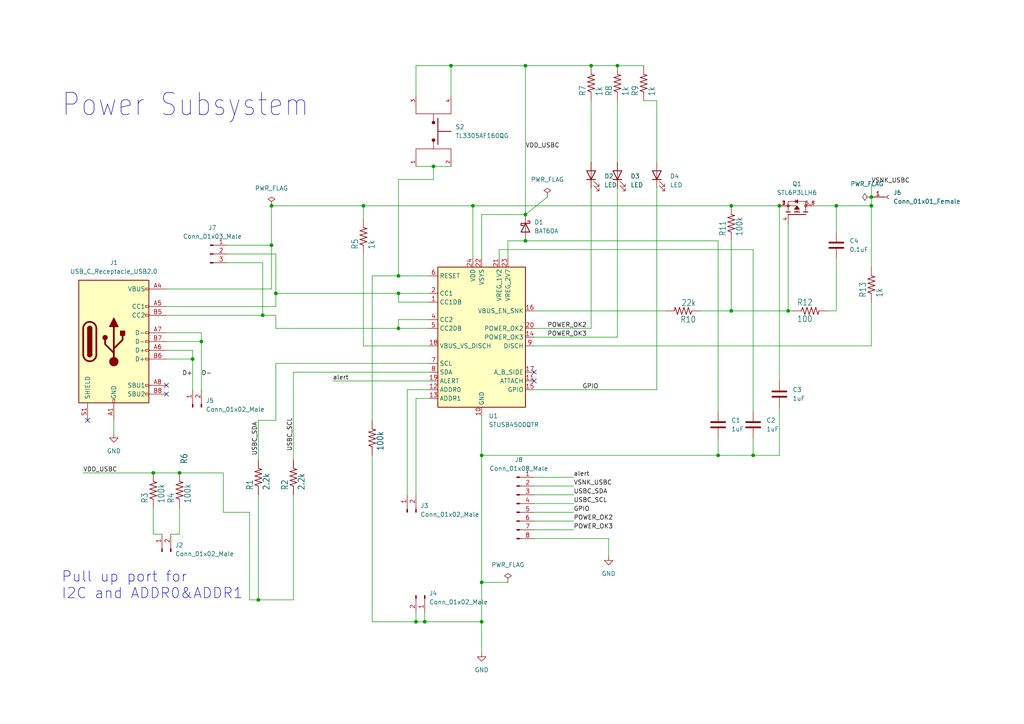
<source format=kicad_sch>
(kicad_sch (version 20211123) (generator eeschema)

  (uuid 4fd52f1d-470e-4d45-8498-31b9c18e3ef8)

  (paper "A4")

  (lib_symbols
    (symbol "445-eagle-import:R-US_R0805" (in_bom yes) (on_board yes)
      (property "Reference" "R" (id 0) (at -3.81 1.4986 0)
        (effects (font (size 1.778 1.5113)) (justify left bottom))
      )
      (property "Value" "R-US_R0805" (id 1) (at -3.81 -3.302 0)
        (effects (font (size 1.778 1.5113)) (justify left bottom))
      )
      (property "Footprint" "445:R0805" (id 2) (at 0 0 0)
        (effects (font (size 1.27 1.27)) hide)
      )
      (property "Datasheet" "" (id 3) (at 0 0 0)
        (effects (font (size 1.27 1.27)) hide)
      )
      (property "ki_locked" "" (id 4) (at 0 0 0)
        (effects (font (size 1.27 1.27)))
      )
      (symbol "R-US_R0805_1_0"
        (polyline
          (pts
            (xy -2.54 0)
            (xy -2.159 1.016)
          )
          (stroke (width 0.2032) (type default) (color 0 0 0 0))
          (fill (type none))
        )
        (polyline
          (pts
            (xy -2.159 1.016)
            (xy -1.524 -1.016)
          )
          (stroke (width 0.2032) (type default) (color 0 0 0 0))
          (fill (type none))
        )
        (polyline
          (pts
            (xy -1.524 -1.016)
            (xy -0.889 1.016)
          )
          (stroke (width 0.2032) (type default) (color 0 0 0 0))
          (fill (type none))
        )
        (polyline
          (pts
            (xy -0.889 1.016)
            (xy -0.254 -1.016)
          )
          (stroke (width 0.2032) (type default) (color 0 0 0 0))
          (fill (type none))
        )
        (polyline
          (pts
            (xy -0.254 -1.016)
            (xy 0.381 1.016)
          )
          (stroke (width 0.2032) (type default) (color 0 0 0 0))
          (fill (type none))
        )
        (polyline
          (pts
            (xy 0.381 1.016)
            (xy 1.016 -1.016)
          )
          (stroke (width 0.2032) (type default) (color 0 0 0 0))
          (fill (type none))
        )
        (polyline
          (pts
            (xy 1.016 -1.016)
            (xy 1.651 1.016)
          )
          (stroke (width 0.2032) (type default) (color 0 0 0 0))
          (fill (type none))
        )
        (polyline
          (pts
            (xy 1.651 1.016)
            (xy 2.286 -1.016)
          )
          (stroke (width 0.2032) (type default) (color 0 0 0 0))
          (fill (type none))
        )
        (polyline
          (pts
            (xy 2.286 -1.016)
            (xy 2.54 0)
          )
          (stroke (width 0.2032) (type default) (color 0 0 0 0))
          (fill (type none))
        )
        (pin passive line (at -5.08 0 0) (length 2.54)
          (name "1" (effects (font (size 0 0))))
          (number "1" (effects (font (size 0 0))))
        )
        (pin passive line (at 5.08 0 180) (length 2.54)
          (name "2" (effects (font (size 0 0))))
          (number "2" (effects (font (size 0 0))))
        )
      )
    )
    (symbol "Connector:Conn_01x01_Female" (pin_names (offset 1.016) hide) (in_bom yes) (on_board yes)
      (property "Reference" "J" (id 0) (at 0 2.54 0)
        (effects (font (size 1.27 1.27)))
      )
      (property "Value" "Conn_01x01_Female" (id 1) (at 0 -2.54 0)
        (effects (font (size 1.27 1.27)))
      )
      (property "Footprint" "" (id 2) (at 0 0 0)
        (effects (font (size 1.27 1.27)) hide)
      )
      (property "Datasheet" "~" (id 3) (at 0 0 0)
        (effects (font (size 1.27 1.27)) hide)
      )
      (property "ki_keywords" "connector" (id 4) (at 0 0 0)
        (effects (font (size 1.27 1.27)) hide)
      )
      (property "ki_description" "Generic connector, single row, 01x01, script generated (kicad-library-utils/schlib/autogen/connector/)" (id 5) (at 0 0 0)
        (effects (font (size 1.27 1.27)) hide)
      )
      (property "ki_fp_filters" "Connector*:*" (id 6) (at 0 0 0)
        (effects (font (size 1.27 1.27)) hide)
      )
      (symbol "Conn_01x01_Female_1_1"
        (polyline
          (pts
            (xy -1.27 0)
            (xy -0.508 0)
          )
          (stroke (width 0.1524) (type default) (color 0 0 0 0))
          (fill (type none))
        )
        (arc (start 0 0.508) (mid -0.508 0) (end 0 -0.508)
          (stroke (width 0.1524) (type default) (color 0 0 0 0))
          (fill (type none))
        )
        (pin passive line (at -5.08 0 0) (length 3.81)
          (name "Pin_1" (effects (font (size 1.27 1.27))))
          (number "1" (effects (font (size 1.27 1.27))))
        )
      )
    )
    (symbol "Connector:Conn_01x02_Male" (pin_names (offset 1.016) hide) (in_bom yes) (on_board yes)
      (property "Reference" "J" (id 0) (at 0 2.54 0)
        (effects (font (size 1.27 1.27)))
      )
      (property "Value" "Conn_01x02_Male" (id 1) (at 0 -5.08 0)
        (effects (font (size 1.27 1.27)))
      )
      (property "Footprint" "" (id 2) (at 0 0 0)
        (effects (font (size 1.27 1.27)) hide)
      )
      (property "Datasheet" "~" (id 3) (at 0 0 0)
        (effects (font (size 1.27 1.27)) hide)
      )
      (property "ki_keywords" "connector" (id 4) (at 0 0 0)
        (effects (font (size 1.27 1.27)) hide)
      )
      (property "ki_description" "Generic connector, single row, 01x02, script generated (kicad-library-utils/schlib/autogen/connector/)" (id 5) (at 0 0 0)
        (effects (font (size 1.27 1.27)) hide)
      )
      (property "ki_fp_filters" "Connector*:*_1x??_*" (id 6) (at 0 0 0)
        (effects (font (size 1.27 1.27)) hide)
      )
      (symbol "Conn_01x02_Male_1_1"
        (polyline
          (pts
            (xy 1.27 -2.54)
            (xy 0.8636 -2.54)
          )
          (stroke (width 0.1524) (type default) (color 0 0 0 0))
          (fill (type none))
        )
        (polyline
          (pts
            (xy 1.27 0)
            (xy 0.8636 0)
          )
          (stroke (width 0.1524) (type default) (color 0 0 0 0))
          (fill (type none))
        )
        (rectangle (start 0.8636 -2.413) (end 0 -2.667)
          (stroke (width 0.1524) (type default) (color 0 0 0 0))
          (fill (type outline))
        )
        (rectangle (start 0.8636 0.127) (end 0 -0.127)
          (stroke (width 0.1524) (type default) (color 0 0 0 0))
          (fill (type outline))
        )
        (pin passive line (at 5.08 0 180) (length 3.81)
          (name "Pin_1" (effects (font (size 1.27 1.27))))
          (number "1" (effects (font (size 1.27 1.27))))
        )
        (pin passive line (at 5.08 -2.54 180) (length 3.81)
          (name "Pin_2" (effects (font (size 1.27 1.27))))
          (number "2" (effects (font (size 1.27 1.27))))
        )
      )
    )
    (symbol "Connector:Conn_01x03_Male" (pin_names (offset 1.016) hide) (in_bom yes) (on_board yes)
      (property "Reference" "J" (id 0) (at 0 5.08 0)
        (effects (font (size 1.27 1.27)))
      )
      (property "Value" "Conn_01x03_Male" (id 1) (at 0 -5.08 0)
        (effects (font (size 1.27 1.27)))
      )
      (property "Footprint" "" (id 2) (at 0 0 0)
        (effects (font (size 1.27 1.27)) hide)
      )
      (property "Datasheet" "~" (id 3) (at 0 0 0)
        (effects (font (size 1.27 1.27)) hide)
      )
      (property "ki_keywords" "connector" (id 4) (at 0 0 0)
        (effects (font (size 1.27 1.27)) hide)
      )
      (property "ki_description" "Generic connector, single row, 01x03, script generated (kicad-library-utils/schlib/autogen/connector/)" (id 5) (at 0 0 0)
        (effects (font (size 1.27 1.27)) hide)
      )
      (property "ki_fp_filters" "Connector*:*_1x??_*" (id 6) (at 0 0 0)
        (effects (font (size 1.27 1.27)) hide)
      )
      (symbol "Conn_01x03_Male_1_1"
        (polyline
          (pts
            (xy 1.27 -2.54)
            (xy 0.8636 -2.54)
          )
          (stroke (width 0.1524) (type default) (color 0 0 0 0))
          (fill (type none))
        )
        (polyline
          (pts
            (xy 1.27 0)
            (xy 0.8636 0)
          )
          (stroke (width 0.1524) (type default) (color 0 0 0 0))
          (fill (type none))
        )
        (polyline
          (pts
            (xy 1.27 2.54)
            (xy 0.8636 2.54)
          )
          (stroke (width 0.1524) (type default) (color 0 0 0 0))
          (fill (type none))
        )
        (rectangle (start 0.8636 -2.413) (end 0 -2.667)
          (stroke (width 0.1524) (type default) (color 0 0 0 0))
          (fill (type outline))
        )
        (rectangle (start 0.8636 0.127) (end 0 -0.127)
          (stroke (width 0.1524) (type default) (color 0 0 0 0))
          (fill (type outline))
        )
        (rectangle (start 0.8636 2.667) (end 0 2.413)
          (stroke (width 0.1524) (type default) (color 0 0 0 0))
          (fill (type outline))
        )
        (pin passive line (at 5.08 2.54 180) (length 3.81)
          (name "Pin_1" (effects (font (size 1.27 1.27))))
          (number "1" (effects (font (size 1.27 1.27))))
        )
        (pin passive line (at 5.08 0 180) (length 3.81)
          (name "Pin_2" (effects (font (size 1.27 1.27))))
          (number "2" (effects (font (size 1.27 1.27))))
        )
        (pin passive line (at 5.08 -2.54 180) (length 3.81)
          (name "Pin_3" (effects (font (size 1.27 1.27))))
          (number "3" (effects (font (size 1.27 1.27))))
        )
      )
    )
    (symbol "Connector:Conn_01x08_Male" (pin_names (offset 1.016) hide) (in_bom yes) (on_board yes)
      (property "Reference" "J" (id 0) (at 0 10.16 0)
        (effects (font (size 1.27 1.27)))
      )
      (property "Value" "Conn_01x08_Male" (id 1) (at 0 -12.7 0)
        (effects (font (size 1.27 1.27)))
      )
      (property "Footprint" "" (id 2) (at 0 0 0)
        (effects (font (size 1.27 1.27)) hide)
      )
      (property "Datasheet" "~" (id 3) (at 0 0 0)
        (effects (font (size 1.27 1.27)) hide)
      )
      (property "ki_keywords" "connector" (id 4) (at 0 0 0)
        (effects (font (size 1.27 1.27)) hide)
      )
      (property "ki_description" "Generic connector, single row, 01x08, script generated (kicad-library-utils/schlib/autogen/connector/)" (id 5) (at 0 0 0)
        (effects (font (size 1.27 1.27)) hide)
      )
      (property "ki_fp_filters" "Connector*:*_1x??_*" (id 6) (at 0 0 0)
        (effects (font (size 1.27 1.27)) hide)
      )
      (symbol "Conn_01x08_Male_1_1"
        (polyline
          (pts
            (xy 1.27 -10.16)
            (xy 0.8636 -10.16)
          )
          (stroke (width 0.1524) (type default) (color 0 0 0 0))
          (fill (type none))
        )
        (polyline
          (pts
            (xy 1.27 -7.62)
            (xy 0.8636 -7.62)
          )
          (stroke (width 0.1524) (type default) (color 0 0 0 0))
          (fill (type none))
        )
        (polyline
          (pts
            (xy 1.27 -5.08)
            (xy 0.8636 -5.08)
          )
          (stroke (width 0.1524) (type default) (color 0 0 0 0))
          (fill (type none))
        )
        (polyline
          (pts
            (xy 1.27 -2.54)
            (xy 0.8636 -2.54)
          )
          (stroke (width 0.1524) (type default) (color 0 0 0 0))
          (fill (type none))
        )
        (polyline
          (pts
            (xy 1.27 0)
            (xy 0.8636 0)
          )
          (stroke (width 0.1524) (type default) (color 0 0 0 0))
          (fill (type none))
        )
        (polyline
          (pts
            (xy 1.27 2.54)
            (xy 0.8636 2.54)
          )
          (stroke (width 0.1524) (type default) (color 0 0 0 0))
          (fill (type none))
        )
        (polyline
          (pts
            (xy 1.27 5.08)
            (xy 0.8636 5.08)
          )
          (stroke (width 0.1524) (type default) (color 0 0 0 0))
          (fill (type none))
        )
        (polyline
          (pts
            (xy 1.27 7.62)
            (xy 0.8636 7.62)
          )
          (stroke (width 0.1524) (type default) (color 0 0 0 0))
          (fill (type none))
        )
        (rectangle (start 0.8636 -10.033) (end 0 -10.287)
          (stroke (width 0.1524) (type default) (color 0 0 0 0))
          (fill (type outline))
        )
        (rectangle (start 0.8636 -7.493) (end 0 -7.747)
          (stroke (width 0.1524) (type default) (color 0 0 0 0))
          (fill (type outline))
        )
        (rectangle (start 0.8636 -4.953) (end 0 -5.207)
          (stroke (width 0.1524) (type default) (color 0 0 0 0))
          (fill (type outline))
        )
        (rectangle (start 0.8636 -2.413) (end 0 -2.667)
          (stroke (width 0.1524) (type default) (color 0 0 0 0))
          (fill (type outline))
        )
        (rectangle (start 0.8636 0.127) (end 0 -0.127)
          (stroke (width 0.1524) (type default) (color 0 0 0 0))
          (fill (type outline))
        )
        (rectangle (start 0.8636 2.667) (end 0 2.413)
          (stroke (width 0.1524) (type default) (color 0 0 0 0))
          (fill (type outline))
        )
        (rectangle (start 0.8636 5.207) (end 0 4.953)
          (stroke (width 0.1524) (type default) (color 0 0 0 0))
          (fill (type outline))
        )
        (rectangle (start 0.8636 7.747) (end 0 7.493)
          (stroke (width 0.1524) (type default) (color 0 0 0 0))
          (fill (type outline))
        )
        (pin passive line (at 5.08 7.62 180) (length 3.81)
          (name "Pin_1" (effects (font (size 1.27 1.27))))
          (number "1" (effects (font (size 1.27 1.27))))
        )
        (pin passive line (at 5.08 5.08 180) (length 3.81)
          (name "Pin_2" (effects (font (size 1.27 1.27))))
          (number "2" (effects (font (size 1.27 1.27))))
        )
        (pin passive line (at 5.08 2.54 180) (length 3.81)
          (name "Pin_3" (effects (font (size 1.27 1.27))))
          (number "3" (effects (font (size 1.27 1.27))))
        )
        (pin passive line (at 5.08 0 180) (length 3.81)
          (name "Pin_4" (effects (font (size 1.27 1.27))))
          (number "4" (effects (font (size 1.27 1.27))))
        )
        (pin passive line (at 5.08 -2.54 180) (length 3.81)
          (name "Pin_5" (effects (font (size 1.27 1.27))))
          (number "5" (effects (font (size 1.27 1.27))))
        )
        (pin passive line (at 5.08 -5.08 180) (length 3.81)
          (name "Pin_6" (effects (font (size 1.27 1.27))))
          (number "6" (effects (font (size 1.27 1.27))))
        )
        (pin passive line (at 5.08 -7.62 180) (length 3.81)
          (name "Pin_7" (effects (font (size 1.27 1.27))))
          (number "7" (effects (font (size 1.27 1.27))))
        )
        (pin passive line (at 5.08 -10.16 180) (length 3.81)
          (name "Pin_8" (effects (font (size 1.27 1.27))))
          (number "8" (effects (font (size 1.27 1.27))))
        )
      )
    )
    (symbol "Connector:USB_C_Receptacle_USB2.0" (pin_names (offset 1.016)) (in_bom yes) (on_board yes)
      (property "Reference" "J" (id 0) (at -10.16 19.05 0)
        (effects (font (size 1.27 1.27)) (justify left))
      )
      (property "Value" "USB_C_Receptacle_USB2.0" (id 1) (at 19.05 19.05 0)
        (effects (font (size 1.27 1.27)) (justify right))
      )
      (property "Footprint" "" (id 2) (at 3.81 0 0)
        (effects (font (size 1.27 1.27)) hide)
      )
      (property "Datasheet" "https://www.usb.org/sites/default/files/documents/usb_type-c.zip" (id 3) (at 3.81 0 0)
        (effects (font (size 1.27 1.27)) hide)
      )
      (property "ki_keywords" "usb universal serial bus type-C USB2.0" (id 4) (at 0 0 0)
        (effects (font (size 1.27 1.27)) hide)
      )
      (property "ki_description" "USB 2.0-only Type-C Receptacle connector" (id 5) (at 0 0 0)
        (effects (font (size 1.27 1.27)) hide)
      )
      (property "ki_fp_filters" "USB*C*Receptacle*" (id 6) (at 0 0 0)
        (effects (font (size 1.27 1.27)) hide)
      )
      (symbol "USB_C_Receptacle_USB2.0_0_0"
        (rectangle (start -0.254 -17.78) (end 0.254 -16.764)
          (stroke (width 0) (type default) (color 0 0 0 0))
          (fill (type none))
        )
        (rectangle (start 10.16 -14.986) (end 9.144 -15.494)
          (stroke (width 0) (type default) (color 0 0 0 0))
          (fill (type none))
        )
        (rectangle (start 10.16 -12.446) (end 9.144 -12.954)
          (stroke (width 0) (type default) (color 0 0 0 0))
          (fill (type none))
        )
        (rectangle (start 10.16 -4.826) (end 9.144 -5.334)
          (stroke (width 0) (type default) (color 0 0 0 0))
          (fill (type none))
        )
        (rectangle (start 10.16 -2.286) (end 9.144 -2.794)
          (stroke (width 0) (type default) (color 0 0 0 0))
          (fill (type none))
        )
        (rectangle (start 10.16 0.254) (end 9.144 -0.254)
          (stroke (width 0) (type default) (color 0 0 0 0))
          (fill (type none))
        )
        (rectangle (start 10.16 2.794) (end 9.144 2.286)
          (stroke (width 0) (type default) (color 0 0 0 0))
          (fill (type none))
        )
        (rectangle (start 10.16 7.874) (end 9.144 7.366)
          (stroke (width 0) (type default) (color 0 0 0 0))
          (fill (type none))
        )
        (rectangle (start 10.16 10.414) (end 9.144 9.906)
          (stroke (width 0) (type default) (color 0 0 0 0))
          (fill (type none))
        )
        (rectangle (start 10.16 15.494) (end 9.144 14.986)
          (stroke (width 0) (type default) (color 0 0 0 0))
          (fill (type none))
        )
      )
      (symbol "USB_C_Receptacle_USB2.0_0_1"
        (rectangle (start -10.16 17.78) (end 10.16 -17.78)
          (stroke (width 0.254) (type default) (color 0 0 0 0))
          (fill (type background))
        )
        (arc (start -8.89 -3.81) (mid -6.985 -5.715) (end -5.08 -3.81)
          (stroke (width 0.508) (type default) (color 0 0 0 0))
          (fill (type none))
        )
        (arc (start -7.62 -3.81) (mid -6.985 -4.445) (end -6.35 -3.81)
          (stroke (width 0.254) (type default) (color 0 0 0 0))
          (fill (type none))
        )
        (arc (start -7.62 -3.81) (mid -6.985 -4.445) (end -6.35 -3.81)
          (stroke (width 0.254) (type default) (color 0 0 0 0))
          (fill (type outline))
        )
        (rectangle (start -7.62 -3.81) (end -6.35 3.81)
          (stroke (width 0.254) (type default) (color 0 0 0 0))
          (fill (type outline))
        )
        (arc (start -6.35 3.81) (mid -6.985 4.445) (end -7.62 3.81)
          (stroke (width 0.254) (type default) (color 0 0 0 0))
          (fill (type none))
        )
        (arc (start -6.35 3.81) (mid -6.985 4.445) (end -7.62 3.81)
          (stroke (width 0.254) (type default) (color 0 0 0 0))
          (fill (type outline))
        )
        (arc (start -5.08 3.81) (mid -6.985 5.715) (end -8.89 3.81)
          (stroke (width 0.508) (type default) (color 0 0 0 0))
          (fill (type none))
        )
        (circle (center -2.54 1.143) (radius 0.635)
          (stroke (width 0.254) (type default) (color 0 0 0 0))
          (fill (type outline))
        )
        (circle (center 0 -5.842) (radius 1.27)
          (stroke (width 0) (type default) (color 0 0 0 0))
          (fill (type outline))
        )
        (polyline
          (pts
            (xy -8.89 -3.81)
            (xy -8.89 3.81)
          )
          (stroke (width 0.508) (type default) (color 0 0 0 0))
          (fill (type none))
        )
        (polyline
          (pts
            (xy -5.08 3.81)
            (xy -5.08 -3.81)
          )
          (stroke (width 0.508) (type default) (color 0 0 0 0))
          (fill (type none))
        )
        (polyline
          (pts
            (xy 0 -5.842)
            (xy 0 4.318)
          )
          (stroke (width 0.508) (type default) (color 0 0 0 0))
          (fill (type none))
        )
        (polyline
          (pts
            (xy 0 -3.302)
            (xy -2.54 -0.762)
            (xy -2.54 0.508)
          )
          (stroke (width 0.508) (type default) (color 0 0 0 0))
          (fill (type none))
        )
        (polyline
          (pts
            (xy 0 -2.032)
            (xy 2.54 0.508)
            (xy 2.54 1.778)
          )
          (stroke (width 0.508) (type default) (color 0 0 0 0))
          (fill (type none))
        )
        (polyline
          (pts
            (xy -1.27 4.318)
            (xy 0 6.858)
            (xy 1.27 4.318)
            (xy -1.27 4.318)
          )
          (stroke (width 0.254) (type default) (color 0 0 0 0))
          (fill (type outline))
        )
        (rectangle (start 1.905 1.778) (end 3.175 3.048)
          (stroke (width 0.254) (type default) (color 0 0 0 0))
          (fill (type outline))
        )
      )
      (symbol "USB_C_Receptacle_USB2.0_1_1"
        (pin passive line (at 0 -22.86 90) (length 5.08)
          (name "GND" (effects (font (size 1.27 1.27))))
          (number "A1" (effects (font (size 1.27 1.27))))
        )
        (pin passive line (at 0 -22.86 90) (length 5.08) hide
          (name "GND" (effects (font (size 1.27 1.27))))
          (number "A12" (effects (font (size 1.27 1.27))))
        )
        (pin passive line (at 15.24 15.24 180) (length 5.08)
          (name "VBUS" (effects (font (size 1.27 1.27))))
          (number "A4" (effects (font (size 1.27 1.27))))
        )
        (pin bidirectional line (at 15.24 10.16 180) (length 5.08)
          (name "CC1" (effects (font (size 1.27 1.27))))
          (number "A5" (effects (font (size 1.27 1.27))))
        )
        (pin bidirectional line (at 15.24 -2.54 180) (length 5.08)
          (name "D+" (effects (font (size 1.27 1.27))))
          (number "A6" (effects (font (size 1.27 1.27))))
        )
        (pin bidirectional line (at 15.24 2.54 180) (length 5.08)
          (name "D-" (effects (font (size 1.27 1.27))))
          (number "A7" (effects (font (size 1.27 1.27))))
        )
        (pin bidirectional line (at 15.24 -12.7 180) (length 5.08)
          (name "SBU1" (effects (font (size 1.27 1.27))))
          (number "A8" (effects (font (size 1.27 1.27))))
        )
        (pin passive line (at 15.24 15.24 180) (length 5.08) hide
          (name "VBUS" (effects (font (size 1.27 1.27))))
          (number "A9" (effects (font (size 1.27 1.27))))
        )
        (pin passive line (at 0 -22.86 90) (length 5.08) hide
          (name "GND" (effects (font (size 1.27 1.27))))
          (number "B1" (effects (font (size 1.27 1.27))))
        )
        (pin passive line (at 0 -22.86 90) (length 5.08) hide
          (name "GND" (effects (font (size 1.27 1.27))))
          (number "B12" (effects (font (size 1.27 1.27))))
        )
        (pin passive line (at 15.24 15.24 180) (length 5.08) hide
          (name "VBUS" (effects (font (size 1.27 1.27))))
          (number "B4" (effects (font (size 1.27 1.27))))
        )
        (pin bidirectional line (at 15.24 7.62 180) (length 5.08)
          (name "CC2" (effects (font (size 1.27 1.27))))
          (number "B5" (effects (font (size 1.27 1.27))))
        )
        (pin bidirectional line (at 15.24 -5.08 180) (length 5.08)
          (name "D+" (effects (font (size 1.27 1.27))))
          (number "B6" (effects (font (size 1.27 1.27))))
        )
        (pin bidirectional line (at 15.24 0 180) (length 5.08)
          (name "D-" (effects (font (size 1.27 1.27))))
          (number "B7" (effects (font (size 1.27 1.27))))
        )
        (pin bidirectional line (at 15.24 -15.24 180) (length 5.08)
          (name "SBU2" (effects (font (size 1.27 1.27))))
          (number "B8" (effects (font (size 1.27 1.27))))
        )
        (pin passive line (at 15.24 15.24 180) (length 5.08) hide
          (name "VBUS" (effects (font (size 1.27 1.27))))
          (number "B9" (effects (font (size 1.27 1.27))))
        )
        (pin passive line (at -7.62 -22.86 90) (length 5.08)
          (name "SHIELD" (effects (font (size 1.27 1.27))))
          (number "S1" (effects (font (size 1.27 1.27))))
        )
      )
    )
    (symbol "Device:C" (pin_numbers hide) (pin_names (offset 0.254)) (in_bom yes) (on_board yes)
      (property "Reference" "C" (id 0) (at 0.635 2.54 0)
        (effects (font (size 1.27 1.27)) (justify left))
      )
      (property "Value" "C" (id 1) (at 0.635 -2.54 0)
        (effects (font (size 1.27 1.27)) (justify left))
      )
      (property "Footprint" "" (id 2) (at 0.9652 -3.81 0)
        (effects (font (size 1.27 1.27)) hide)
      )
      (property "Datasheet" "~" (id 3) (at 0 0 0)
        (effects (font (size 1.27 1.27)) hide)
      )
      (property "ki_keywords" "cap capacitor" (id 4) (at 0 0 0)
        (effects (font (size 1.27 1.27)) hide)
      )
      (property "ki_description" "Unpolarized capacitor" (id 5) (at 0 0 0)
        (effects (font (size 1.27 1.27)) hide)
      )
      (property "ki_fp_filters" "C_*" (id 6) (at 0 0 0)
        (effects (font (size 1.27 1.27)) hide)
      )
      (symbol "C_0_1"
        (polyline
          (pts
            (xy -2.032 -0.762)
            (xy 2.032 -0.762)
          )
          (stroke (width 0.508) (type default) (color 0 0 0 0))
          (fill (type none))
        )
        (polyline
          (pts
            (xy -2.032 0.762)
            (xy 2.032 0.762)
          )
          (stroke (width 0.508) (type default) (color 0 0 0 0))
          (fill (type none))
        )
      )
      (symbol "C_1_1"
        (pin passive line (at 0 3.81 270) (length 2.794)
          (name "~" (effects (font (size 1.27 1.27))))
          (number "1" (effects (font (size 1.27 1.27))))
        )
        (pin passive line (at 0 -3.81 90) (length 2.794)
          (name "~" (effects (font (size 1.27 1.27))))
          (number "2" (effects (font (size 1.27 1.27))))
        )
      )
    )
    (symbol "Device:LED" (pin_numbers hide) (pin_names (offset 1.016) hide) (in_bom yes) (on_board yes)
      (property "Reference" "D" (id 0) (at 0 2.54 0)
        (effects (font (size 1.27 1.27)))
      )
      (property "Value" "LED" (id 1) (at 0 -2.54 0)
        (effects (font (size 1.27 1.27)))
      )
      (property "Footprint" "" (id 2) (at 0 0 0)
        (effects (font (size 1.27 1.27)) hide)
      )
      (property "Datasheet" "~" (id 3) (at 0 0 0)
        (effects (font (size 1.27 1.27)) hide)
      )
      (property "ki_keywords" "LED diode" (id 4) (at 0 0 0)
        (effects (font (size 1.27 1.27)) hide)
      )
      (property "ki_description" "Light emitting diode" (id 5) (at 0 0 0)
        (effects (font (size 1.27 1.27)) hide)
      )
      (property "ki_fp_filters" "LED* LED_SMD:* LED_THT:*" (id 6) (at 0 0 0)
        (effects (font (size 1.27 1.27)) hide)
      )
      (symbol "LED_0_1"
        (polyline
          (pts
            (xy -1.27 -1.27)
            (xy -1.27 1.27)
          )
          (stroke (width 0.254) (type default) (color 0 0 0 0))
          (fill (type none))
        )
        (polyline
          (pts
            (xy -1.27 0)
            (xy 1.27 0)
          )
          (stroke (width 0) (type default) (color 0 0 0 0))
          (fill (type none))
        )
        (polyline
          (pts
            (xy 1.27 -1.27)
            (xy 1.27 1.27)
            (xy -1.27 0)
            (xy 1.27 -1.27)
          )
          (stroke (width 0.254) (type default) (color 0 0 0 0))
          (fill (type none))
        )
        (polyline
          (pts
            (xy -3.048 -0.762)
            (xy -4.572 -2.286)
            (xy -3.81 -2.286)
            (xy -4.572 -2.286)
            (xy -4.572 -1.524)
          )
          (stroke (width 0) (type default) (color 0 0 0 0))
          (fill (type none))
        )
        (polyline
          (pts
            (xy -1.778 -0.762)
            (xy -3.302 -2.286)
            (xy -2.54 -2.286)
            (xy -3.302 -2.286)
            (xy -3.302 -1.524)
          )
          (stroke (width 0) (type default) (color 0 0 0 0))
          (fill (type none))
        )
      )
      (symbol "LED_1_1"
        (pin passive line (at -3.81 0 0) (length 2.54)
          (name "K" (effects (font (size 1.27 1.27))))
          (number "1" (effects (font (size 1.27 1.27))))
        )
        (pin passive line (at 3.81 0 180) (length 2.54)
          (name "A" (effects (font (size 1.27 1.27))))
          (number "2" (effects (font (size 1.27 1.27))))
        )
      )
    )
    (symbol "Diode:BAT60A" (pin_numbers hide) (pin_names (offset 1.016) hide) (in_bom yes) (on_board yes)
      (property "Reference" "D" (id 0) (at 0 2.54 0)
        (effects (font (size 1.27 1.27)))
      )
      (property "Value" "BAT60A" (id 1) (at 0 -2.54 0)
        (effects (font (size 1.27 1.27)))
      )
      (property "Footprint" "Diode_SMD:D_SOD-323" (id 2) (at 0 -4.445 0)
        (effects (font (size 1.27 1.27)) hide)
      )
      (property "Datasheet" "https://www.infineon.com/dgdl/Infineon-BAT60ASERIES-DS-v01_01-en.pdf?fileId=db3a304313d846880113def70c9304a9" (id 3) (at 0 0 0)
        (effects (font (size 1.27 1.27)) hide)
      )
      (property "ki_keywords" "diode Schottky" (id 4) (at 0 0 0)
        (effects (font (size 1.27 1.27)) hide)
      )
      (property "ki_description" "10V 3A High Current Recitifier Schottky Diode, SOD-323" (id 5) (at 0 0 0)
        (effects (font (size 1.27 1.27)) hide)
      )
      (property "ki_fp_filters" "D*SOD?323*" (id 6) (at 0 0 0)
        (effects (font (size 1.27 1.27)) hide)
      )
      (symbol "BAT60A_0_1"
        (polyline
          (pts
            (xy 1.27 0)
            (xy -1.27 0)
          )
          (stroke (width 0) (type default) (color 0 0 0 0))
          (fill (type none))
        )
        (polyline
          (pts
            (xy 1.27 1.27)
            (xy 1.27 -1.27)
            (xy -1.27 0)
            (xy 1.27 1.27)
          )
          (stroke (width 0.254) (type default) (color 0 0 0 0))
          (fill (type none))
        )
        (polyline
          (pts
            (xy -1.905 0.635)
            (xy -1.905 1.27)
            (xy -1.27 1.27)
            (xy -1.27 -1.27)
            (xy -0.635 -1.27)
            (xy -0.635 -0.635)
          )
          (stroke (width 0.254) (type default) (color 0 0 0 0))
          (fill (type none))
        )
      )
      (symbol "BAT60A_1_1"
        (pin passive line (at -3.81 0 0) (length 2.54)
          (name "K" (effects (font (size 1.27 1.27))))
          (number "1" (effects (font (size 1.27 1.27))))
        )
        (pin passive line (at 3.81 0 180) (length 2.54)
          (name "A" (effects (font (size 1.27 1.27))))
          (number "2" (effects (font (size 1.27 1.27))))
        )
      )
    )
    (symbol "Interface_USB:STUSB4500QTR" (in_bom yes) (on_board yes)
      (property "Reference" "U2" (id 0) (at 2.0194 -22.86 0)
        (effects (font (size 1.27 1.27)) (justify left))
      )
      (property "Value" "STUSB4500QTR" (id 1) (at 2.0194 -25.4 0)
        (effects (font (size 1.27 1.27)) (justify left))
      )
      (property "Footprint" "Package_DFN_QFN:QFN-24-1EP_4x4mm_P0.5mm_EP2.7x2.7mm" (id 2) (at 0 0 0)
        (effects (font (size 1.27 1.27)) hide)
      )
      (property "Datasheet" "https://www.st.com/resource/en/datasheet/stusb4500.pdf" (id 3) (at 0 0 0)
        (effects (font (size 1.27 1.27)) hide)
      )
      (property "ki_keywords" "USB PD Type C Sink" (id 4) (at 0 0 0)
        (effects (font (size 1.27 1.27)) hide)
      )
      (property "ki_description" "Stand-alone USB PD controller (with sink Auto-run mode), QFN-24" (id 5) (at 0 0 0)
        (effects (font (size 1.27 1.27)) hide)
      )
      (property "ki_fp_filters" "QFN*4x4mm*P0.5mm*" (id 6) (at 0 0 0)
        (effects (font (size 1.27 1.27)) hide)
      )
      (symbol "STUSB4500QTR_0_1"
        (rectangle (start -12.7 20.32) (end 12.7 -20.32)
          (stroke (width 0.254) (type default) (color 0 0 0 0))
          (fill (type background))
        )
      )
      (symbol "STUSB4500QTR_1_1"
        (pin bidirectional line (at -15.24 10.16 0) (length 2.54)
          (name "CC1DB" (effects (font (size 1.27 1.27))))
          (number "1" (effects (font (size 1.27 1.27))))
        )
        (pin bidirectional line (at 0 -22.86 90) (length 2.54)
          (name "GND" (effects (font (size 1.27 1.27))))
          (number "10" (effects (font (size 1.27 1.27))))
        )
        (pin open_collector line (at 15.24 -12.7 180) (length 2.54)
          (name "ATTACH" (effects (font (size 1.27 1.27))))
          (number "11" (effects (font (size 1.27 1.27))))
        )
        (pin input line (at -15.24 -15.24 0) (length 2.54)
          (name "ADDR0" (effects (font (size 1.27 1.27))))
          (number "12" (effects (font (size 1.27 1.27))))
        )
        (pin input line (at -15.24 -17.78 0) (length 2.54)
          (name "ADDR1" (effects (font (size 1.27 1.27))))
          (number "13" (effects (font (size 1.27 1.27))))
        )
        (pin open_collector line (at 15.24 0 180) (length 2.54)
          (name "POWER_OK3" (effects (font (size 1.27 1.27))))
          (number "14" (effects (font (size 1.27 1.27))))
        )
        (pin open_collector line (at 15.24 -15.24 180) (length 2.54)
          (name "GPIO" (effects (font (size 1.27 1.27))))
          (number "15" (effects (font (size 1.27 1.27))))
        )
        (pin open_collector line (at 15.24 7.62 180) (length 2.54)
          (name "VBUS_EN_SNK" (effects (font (size 1.27 1.27))))
          (number "16" (effects (font (size 1.27 1.27))))
        )
        (pin open_collector line (at 15.24 -10.16 180) (length 2.54)
          (name "A_B_SIDE" (effects (font (size 1.27 1.27))))
          (number "17" (effects (font (size 1.27 1.27))))
        )
        (pin input line (at -15.24 -2.54 0) (length 2.54)
          (name "VBUS_VS_DISCH" (effects (font (size 1.27 1.27))))
          (number "18" (effects (font (size 1.27 1.27))))
        )
        (pin open_collector line (at -15.24 -12.7 0) (length 2.54)
          (name "ALERT" (effects (font (size 1.27 1.27))))
          (number "19" (effects (font (size 1.27 1.27))))
        )
        (pin bidirectional line (at -15.24 12.7 0) (length 2.54)
          (name "CC1" (effects (font (size 1.27 1.27))))
          (number "2" (effects (font (size 1.27 1.27))))
        )
        (pin open_collector line (at 15.24 2.54 180) (length 2.54)
          (name "POWER_OK2" (effects (font (size 1.27 1.27))))
          (number "20" (effects (font (size 1.27 1.27))))
        )
        (pin power_out line (at 5.08 22.86 270) (length 2.54)
          (name "VREG_1V2" (effects (font (size 1.27 1.27))))
          (number "21" (effects (font (size 1.27 1.27))))
        )
        (pin power_in line (at 0 22.86 270) (length 2.54)
          (name "VSYS" (effects (font (size 1.27 1.27))))
          (number "22" (effects (font (size 1.27 1.27))))
        )
        (pin power_out line (at 7.62 22.86 270) (length 2.54)
          (name "VREG_2V7" (effects (font (size 1.27 1.27))))
          (number "23" (effects (font (size 1.27 1.27))))
        )
        (pin power_in line (at -2.54 22.86 270) (length 2.54)
          (name "VDD" (effects (font (size 1.27 1.27))))
          (number "24" (effects (font (size 1.27 1.27))))
        )
        (pin passive line (at 0 -22.86 90) (length 2.54) hide
          (name "GND" (effects (font (size 1.27 1.27))))
          (number "25" (effects (font (size 1.27 1.27))))
        )
        (pin no_connect line (at -12.7 15.24 0) (length 2.54) hide
          (name "NC" (effects (font (size 1.27 1.27))))
          (number "3" (effects (font (size 1.27 1.27))))
        )
        (pin bidirectional line (at -15.24 5.08 0) (length 2.54)
          (name "CC2" (effects (font (size 1.27 1.27))))
          (number "4" (effects (font (size 1.27 1.27))))
        )
        (pin bidirectional line (at -15.24 2.54 0) (length 2.54)
          (name "CC2DB" (effects (font (size 1.27 1.27))))
          (number "5" (effects (font (size 1.27 1.27))))
        )
        (pin input line (at -15.24 17.78 0) (length 2.54)
          (name "RESET" (effects (font (size 1.27 1.27))))
          (number "6" (effects (font (size 1.27 1.27))))
        )
        (pin input line (at -15.24 -7.62 0) (length 2.54)
          (name "SCL" (effects (font (size 1.27 1.27))))
          (number "7" (effects (font (size 1.27 1.27))))
        )
        (pin bidirectional line (at -15.24 -10.16 0) (length 2.54)
          (name "SDA" (effects (font (size 1.27 1.27))))
          (number "8" (effects (font (size 1.27 1.27))))
        )
        (pin bidirectional line (at 15.24 -2.54 180) (length 2.54)
          (name "DISCH" (effects (font (size 1.27 1.27))))
          (number "9" (effects (font (size 1.27 1.27))))
        )
      )
    )
    (symbol "STL6P3LLH6:STL6P3LLH6" (pin_names (offset 1.016)) (in_bom yes) (on_board yes)
      (property "Reference" "Q" (id 0) (at -8.89 3.81 0)
        (effects (font (size 1.27 1.27)) (justify left bottom))
      )
      (property "Value" "STL6P3LLH6" (id 1) (at -8.89 -6.35 0)
        (effects (font (size 1.27 1.27)) (justify left bottom))
      )
      (property "Footprint" "TRANS_STL6P3LLH6" (id 2) (at 0 0 0)
        (effects (font (size 1.27 1.27)) (justify bottom) hide)
      )
      (property "Datasheet" "" (id 3) (at 0 0 0)
        (effects (font (size 1.27 1.27)) hide)
      )
      (property "STANDARD" "Manufacturer Recommendations" (id 4) (at 0 0 0)
        (effects (font (size 1.27 1.27)) (justify bottom) hide)
      )
      (property "MANUFACTURER" "STMicroelectronics" (id 5) (at 0 0 0)
        (effects (font (size 1.27 1.27)) (justify bottom) hide)
      )
      (property "PARTREV" "4" (id 6) (at 0 0 0)
        (effects (font (size 1.27 1.27)) (justify bottom) hide)
      )
      (property "MAXIMUM_PACKAGE_HEIGHT" "0.9 mm" (id 7) (at 0 0 0)
        (effects (font (size 1.27 1.27)) (justify bottom) hide)
      )
      (symbol "STL6P3LLH6_0_0"
        (polyline
          (pts
            (xy 0 -2.54)
            (xy 0 2.54)
          )
          (stroke (width 0.254) (type default) (color 0 0 0 0))
          (fill (type none))
        )
        (polyline
          (pts
            (xy 0.762 -3.175)
            (xy 0.762 -2.54)
          )
          (stroke (width 0.254) (type default) (color 0 0 0 0))
          (fill (type none))
        )
        (polyline
          (pts
            (xy 0.762 -2.54)
            (xy 0.762 -1.905)
          )
          (stroke (width 0.254) (type default) (color 0 0 0 0))
          (fill (type none))
        )
        (polyline
          (pts
            (xy 0.762 -2.54)
            (xy 3.81 -2.54)
          )
          (stroke (width 0.1524) (type default) (color 0 0 0 0))
          (fill (type none))
        )
        (polyline
          (pts
            (xy 0.762 -0.762)
            (xy 0.762 0)
          )
          (stroke (width 0.254) (type default) (color 0 0 0 0))
          (fill (type none))
        )
        (polyline
          (pts
            (xy 0.762 0)
            (xy 0.762 0.762)
          )
          (stroke (width 0.254) (type default) (color 0 0 0 0))
          (fill (type none))
        )
        (polyline
          (pts
            (xy 0.762 0)
            (xy 2.54 0)
          )
          (stroke (width 0.1524) (type default) (color 0 0 0 0))
          (fill (type none))
        )
        (polyline
          (pts
            (xy 0.762 1.905)
            (xy 0.762 2.54)
          )
          (stroke (width 0.254) (type default) (color 0 0 0 0))
          (fill (type none))
        )
        (polyline
          (pts
            (xy 0.762 2.54)
            (xy 0.762 3.175)
          )
          (stroke (width 0.254) (type default) (color 0 0 0 0))
          (fill (type none))
        )
        (polyline
          (pts
            (xy 2.54 0)
            (xy 2.54 2.54)
          )
          (stroke (width 0.1524) (type default) (color 0 0 0 0))
          (fill (type none))
        )
        (polyline
          (pts
            (xy 2.54 2.54)
            (xy 0.762 2.54)
          )
          (stroke (width 0.1524) (type default) (color 0 0 0 0))
          (fill (type none))
        )
        (polyline
          (pts
            (xy 2.54 2.54)
            (xy 3.81 2.54)
          )
          (stroke (width 0.1524) (type default) (color 0 0 0 0))
          (fill (type none))
        )
        (polyline
          (pts
            (xy 3.302 0.508)
            (xy 3.81 0.508)
          )
          (stroke (width 0.1524) (type default) (color 0 0 0 0))
          (fill (type none))
        )
        (polyline
          (pts
            (xy 3.81 -2.54)
            (xy 3.81 0.508)
          )
          (stroke (width 0.1524) (type default) (color 0 0 0 0))
          (fill (type none))
        )
        (polyline
          (pts
            (xy 3.81 0.508)
            (xy 3.81 2.54)
          )
          (stroke (width 0.1524) (type default) (color 0 0 0 0))
          (fill (type none))
        )
        (polyline
          (pts
            (xy 3.81 0.508)
            (xy 4.318 0.508)
          )
          (stroke (width 0.1524) (type default) (color 0 0 0 0))
          (fill (type none))
        )
        (polyline
          (pts
            (xy 2.54 0)
            (xy 1.524 0.762)
            (xy 1.524 -0.762)
            (xy 2.54 0)
          )
          (stroke (width 0.1524) (type default) (color 0 0 0 0))
          (fill (type outline))
        )
        (polyline
          (pts
            (xy 3.81 0.508)
            (xy 4.318 -0.254)
            (xy 3.302 -0.254)
            (xy 3.81 0.508)
          )
          (stroke (width 0.1524) (type default) (color 0 0 0 0))
          (fill (type outline))
        )
        (circle (center 2.54 -2.54) (radius 0.3592)
          (stroke (width 0) (type default) (color 0 0 0 0))
          (fill (type none))
        )
        (circle (center 2.54 2.54) (radius 0.3592)
          (stroke (width 0) (type default) (color 0 0 0 0))
          (fill (type none))
        )
        (pin passive line (at 2.54 5.08 270) (length 2.54)
          (name "~" (effects (font (size 1.016 1.016))))
          (number "1" (effects (font (size 1.016 1.016))))
        )
        (pin passive line (at 2.54 5.08 270) (length 2.54)
          (name "~" (effects (font (size 1.016 1.016))))
          (number "2" (effects (font (size 1.016 1.016))))
        )
        (pin passive line (at 2.54 5.08 270) (length 2.54)
          (name "~" (effects (font (size 1.016 1.016))))
          (number "3" (effects (font (size 1.016 1.016))))
        )
        (pin passive line (at -2.54 2.54 0) (length 2.54)
          (name "~" (effects (font (size 1.016 1.016))))
          (number "4" (effects (font (size 1.016 1.016))))
        )
        (pin passive line (at 2.54 -5.08 90) (length 2.54)
          (name "~" (effects (font (size 1.016 1.016))))
          (number "5_8" (effects (font (size 1.016 1.016))))
        )
      )
    )
    (symbol "TL3305AF160QG:TL3305AF160QG" (pin_names (offset 1.016)) (in_bom yes) (on_board yes)
      (property "Reference" "S" (id 0) (at -5.08 8.89 0)
        (effects (font (size 1.27 1.27)) (justify left bottom))
      )
      (property "Value" "TL3305AF160QG" (id 1) (at -5.08 -7.62 0)
        (effects (font (size 1.27 1.27)) (justify left bottom))
      )
      (property "Footprint" "SW_TL3305AF160QG" (id 2) (at 0 0 0)
        (effects (font (size 1.27 1.27)) (justify bottom) hide)
      )
      (property "Datasheet" "" (id 3) (at 0 0 0)
        (effects (font (size 1.27 1.27)) hide)
      )
      (property "MANUFACTURER" "E-Switch" (id 4) (at 0 0 0)
        (effects (font (size 1.27 1.27)) (justify bottom) hide)
      )
      (property "STANDARD" "Manufacturer Recommendations" (id 5) (at 0 0 0)
        (effects (font (size 1.27 1.27)) (justify bottom) hide)
      )
      (property "MAXIMUM_PACKAGE_HEIGHT" "3.8 mm" (id 6) (at 0 0 0)
        (effects (font (size 1.27 1.27)) (justify bottom) hide)
      )
      (property "SNAPEDA_PN" "TL3305AF160QG" (id 7) (at 0 0 0)
        (effects (font (size 1.27 1.27)) (justify bottom) hide)
      )
      (property "PARTREV" "C" (id 8) (at 0 0 0)
        (effects (font (size 1.27 1.27)) (justify bottom) hide)
      )
      (symbol "TL3305AF160QG_0_0"
        (circle (center -2.54 0) (radius 0.254)
          (stroke (width 0.508) (type default) (color 0 0 0 0))
          (fill (type none))
        )
        (polyline
          (pts
            (xy -7.62 -5.08)
            (xy -5.08 -5.08)
          )
          (stroke (width 0.1524) (type default) (color 0 0 0 0))
          (fill (type none))
        )
        (polyline
          (pts
            (xy -7.62 5.08)
            (xy -5.08 5.08)
          )
          (stroke (width 0.1524) (type default) (color 0 0 0 0))
          (fill (type none))
        )
        (polyline
          (pts
            (xy -5.08 -5.08)
            (xy -5.08 0)
          )
          (stroke (width 0.1524) (type default) (color 0 0 0 0))
          (fill (type none))
        )
        (polyline
          (pts
            (xy -5.08 0)
            (xy -2.54 0)
          )
          (stroke (width 0.1524) (type default) (color 0 0 0 0))
          (fill (type none))
        )
        (polyline
          (pts
            (xy -5.08 5.08)
            (xy -5.08 0)
          )
          (stroke (width 0.1524) (type default) (color 0 0 0 0))
          (fill (type none))
        )
        (polyline
          (pts
            (xy -3.81 1.27)
            (xy 0 1.27)
          )
          (stroke (width 0.254) (type default) (color 0 0 0 0))
          (fill (type none))
        )
        (polyline
          (pts
            (xy 0 1.27)
            (xy 0 5.08)
          )
          (stroke (width 0.254) (type default) (color 0 0 0 0))
          (fill (type none))
        )
        (polyline
          (pts
            (xy 0 1.27)
            (xy 3.81 1.27)
          )
          (stroke (width 0.254) (type default) (color 0 0 0 0))
          (fill (type none))
        )
        (polyline
          (pts
            (xy 5.08 -5.08)
            (xy 5.08 0)
          )
          (stroke (width 0.1524) (type default) (color 0 0 0 0))
          (fill (type none))
        )
        (polyline
          (pts
            (xy 5.08 0)
            (xy 2.54 0)
          )
          (stroke (width 0.1524) (type default) (color 0 0 0 0))
          (fill (type none))
        )
        (polyline
          (pts
            (xy 5.08 0)
            (xy 5.08 5.08)
          )
          (stroke (width 0.1524) (type default) (color 0 0 0 0))
          (fill (type none))
        )
        (polyline
          (pts
            (xy 5.08 5.08)
            (xy 7.62 5.08)
          )
          (stroke (width 0.1524) (type default) (color 0 0 0 0))
          (fill (type none))
        )
        (polyline
          (pts
            (xy 7.62 -5.08)
            (xy 5.08 -5.08)
          )
          (stroke (width 0.1524) (type default) (color 0 0 0 0))
          (fill (type none))
        )
        (circle (center 2.54 0) (radius 0.254)
          (stroke (width 0.508) (type default) (color 0 0 0 0))
          (fill (type none))
        )
        (pin passive line (at 10.16 -5.08 180) (length 2.54)
          (name "~" (effects (font (size 1.016 1.016))))
          (number "1" (effects (font (size 1.016 1.016))))
        )
        (pin passive line (at 10.16 5.08 180) (length 2.54)
          (name "~" (effects (font (size 1.016 1.016))))
          (number "2" (effects (font (size 1.016 1.016))))
        )
        (pin passive line (at -10.16 -5.08 0) (length 2.54)
          (name "~" (effects (font (size 1.016 1.016))))
          (number "3" (effects (font (size 1.016 1.016))))
        )
        (pin passive line (at -10.16 5.08 0) (length 2.54)
          (name "~" (effects (font (size 1.016 1.016))))
          (number "4" (effects (font (size 1.016 1.016))))
        )
      )
    )
    (symbol "power:GND" (power) (pin_names (offset 0)) (in_bom yes) (on_board yes)
      (property "Reference" "#PWR" (id 0) (at 0 -6.35 0)
        (effects (font (size 1.27 1.27)) hide)
      )
      (property "Value" "GND" (id 1) (at 0 -3.81 0)
        (effects (font (size 1.27 1.27)))
      )
      (property "Footprint" "" (id 2) (at 0 0 0)
        (effects (font (size 1.27 1.27)) hide)
      )
      (property "Datasheet" "" (id 3) (at 0 0 0)
        (effects (font (size 1.27 1.27)) hide)
      )
      (property "ki_keywords" "global power" (id 4) (at 0 0 0)
        (effects (font (size 1.27 1.27)) hide)
      )
      (property "ki_description" "Power symbol creates a global label with name \"GND\" , ground" (id 5) (at 0 0 0)
        (effects (font (size 1.27 1.27)) hide)
      )
      (symbol "GND_0_1"
        (polyline
          (pts
            (xy 0 0)
            (xy 0 -1.27)
            (xy 1.27 -1.27)
            (xy 0 -2.54)
            (xy -1.27 -1.27)
            (xy 0 -1.27)
          )
          (stroke (width 0) (type default) (color 0 0 0 0))
          (fill (type none))
        )
      )
      (symbol "GND_1_1"
        (pin power_in line (at 0 0 270) (length 0) hide
          (name "GND" (effects (font (size 1.27 1.27))))
          (number "1" (effects (font (size 1.27 1.27))))
        )
      )
    )
    (symbol "power:PWR_FLAG" (power) (pin_numbers hide) (pin_names (offset 0) hide) (in_bom yes) (on_board yes)
      (property "Reference" "#FLG" (id 0) (at 0 1.905 0)
        (effects (font (size 1.27 1.27)) hide)
      )
      (property "Value" "PWR_FLAG" (id 1) (at 0 3.81 0)
        (effects (font (size 1.27 1.27)))
      )
      (property "Footprint" "" (id 2) (at 0 0 0)
        (effects (font (size 1.27 1.27)) hide)
      )
      (property "Datasheet" "~" (id 3) (at 0 0 0)
        (effects (font (size 1.27 1.27)) hide)
      )
      (property "ki_keywords" "flag power" (id 4) (at 0 0 0)
        (effects (font (size 1.27 1.27)) hide)
      )
      (property "ki_description" "Special symbol for telling ERC where power comes from" (id 5) (at 0 0 0)
        (effects (font (size 1.27 1.27)) hide)
      )
      (symbol "PWR_FLAG_0_0"
        (pin power_out line (at 0 0 90) (length 0)
          (name "pwr" (effects (font (size 1.27 1.27))))
          (number "1" (effects (font (size 1.27 1.27))))
        )
      )
      (symbol "PWR_FLAG_0_1"
        (polyline
          (pts
            (xy 0 0)
            (xy 0 1.27)
            (xy -1.016 1.905)
            (xy 0 2.54)
            (xy 1.016 1.905)
            (xy 0 1.27)
          )
          (stroke (width 0) (type default) (color 0 0 0 0))
          (fill (type none))
        )
      )
    )
  )


  (junction (at 212.09 90.17) (diameter 0) (color 0 0 0 0)
    (uuid 034691a9-4d77-48e2-9f55-f9e60f0a1388)
  )
  (junction (at 78.74 59.69) (diameter 0) (color 0 0 0 0)
    (uuid 1ab159dc-78dc-4c6b-88e3-458837395c1f)
  )
  (junction (at 242.57 59.69) (diameter 0) (color 0 0 0 0)
    (uuid 22c84187-92d6-462f-9131-4040d6e5f26e)
  )
  (junction (at 105.41 59.69) (diameter 0) (color 0 0 0 0)
    (uuid 24e41587-0ddc-4f30-adf2-1b0387f78f43)
  )
  (junction (at 115.57 95.25) (diameter 0) (color 0 0 0 0)
    (uuid 2aaa723d-cd53-415a-a64f-3de2a7c86784)
  )
  (junction (at 152.4 69.85) (diameter 0) (color 0 0 0 0)
    (uuid 3ce8b9c9-3ffb-4e2f-922a-14a3b1969dd6)
  )
  (junction (at 152.4 62.23) (diameter 0) (color 0 0 0 0)
    (uuid 4480ae1f-d956-4bb1-95d7-d4baed36c9a5)
  )
  (junction (at 120.65 180.34) (diameter 0) (color 0 0 0 0)
    (uuid 52a1dad5-c30a-427f-842d-e0fc8f6b51fa)
  )
  (junction (at 76.2 91.44) (diameter 0) (color 0 0 0 0)
    (uuid 52ad1a05-28fc-47bb-a130-0285ae4bf906)
  )
  (junction (at 208.28 132.08) (diameter 0) (color 0 0 0 0)
    (uuid 586e68be-7214-4eff-98a2-af01bea0e5c8)
  )
  (junction (at 139.7 168.91) (diameter 0) (color 0 0 0 0)
    (uuid 5af596ad-a05f-4c99-89fe-6b9da176e832)
  )
  (junction (at 226.06 59.69) (diameter 0) (color 0 0 0 0)
    (uuid 5c8a9e47-5cbe-4eac-8812-52d5d28d11b2)
  )
  (junction (at 115.57 80.01) (diameter 0) (color 0 0 0 0)
    (uuid 662b815f-4b63-4241-8b28-0174d486a471)
  )
  (junction (at 139.7 132.08) (diameter 0) (color 0 0 0 0)
    (uuid 84d44f8d-a3e6-45bc-a170-0b142d90b52c)
  )
  (junction (at 52.07 137.16) (diameter 0) (color 0 0 0 0)
    (uuid 8acaa234-1ec6-435d-8467-219e2f670b54)
  )
  (junction (at 179.07 19.05) (diameter 0) (color 0 0 0 0)
    (uuid 8e16b42b-a149-4a36-bde9-482b54592ad9)
  )
  (junction (at 123.19 180.34) (diameter 0) (color 0 0 0 0)
    (uuid 93372930-fd14-48b2-a602-e8a9b43e67f8)
  )
  (junction (at 252.73 57.15) (diameter 0) (color 0 0 0 0)
    (uuid 9c87d9d7-d809-4378-a8b8-946aef217dde)
  )
  (junction (at 55.88 104.14) (diameter 0) (color 0 0 0 0)
    (uuid ad27d6bf-6b26-42e6-a48f-c01283ca9938)
  )
  (junction (at 139.7 180.34) (diameter 0) (color 0 0 0 0)
    (uuid afff9c2e-52ba-4c75-acd5-883536db6b54)
  )
  (junction (at 228.6 90.17) (diameter 0) (color 0 0 0 0)
    (uuid b4349d3c-c59a-4003-aa9a-9ce09ebfb89b)
  )
  (junction (at 137.16 59.69) (diameter 0) (color 0 0 0 0)
    (uuid bcdebf76-79ee-4c4f-970c-1a63c576aca4)
  )
  (junction (at 252.73 59.69) (diameter 0) (color 0 0 0 0)
    (uuid c192c199-b982-4980-b8a6-20366d15f20b)
  )
  (junction (at 78.74 71.12) (diameter 0) (color 0 0 0 0)
    (uuid de90acb7-f8b3-44de-8d17-e1f447e444ad)
  )
  (junction (at 171.45 19.05) (diameter 0) (color 0 0 0 0)
    (uuid e65bf499-f95e-4fa8-81a4-8a62cf2492a2)
  )
  (junction (at 115.57 85.09) (diameter 0) (color 0 0 0 0)
    (uuid e66dc6b6-22f7-45bf-98bf-d4db77025929)
  )
  (junction (at 74.93 173.99) (diameter 0) (color 0 0 0 0)
    (uuid f00fcfdc-18f5-4b25-9886-4b1d8c6961a4)
  )
  (junction (at 44.45 137.16) (diameter 0) (color 0 0 0 0)
    (uuid f34a69eb-516a-4813-9ff8-e66420c8ae9b)
  )
  (junction (at 152.4 19.05) (diameter 0) (color 0 0 0 0)
    (uuid f4b1fa69-bdd3-467a-89b1-00031753585d)
  )
  (junction (at 58.42 99.06) (diameter 0) (color 0 0 0 0)
    (uuid f5b50831-4239-40d7-903d-b3f6f2880dec)
  )
  (junction (at 80.01 85.09) (diameter 0) (color 0 0 0 0)
    (uuid f864f2dc-84e9-4aee-8275-a1ddcce97c24)
  )
  (junction (at 218.44 132.08) (diameter 0) (color 0 0 0 0)
    (uuid f8bb874e-2fc6-40d2-be4a-599ee1b474e2)
  )
  (junction (at 130.81 19.05) (diameter 0) (color 0 0 0 0)
    (uuid f91f737e-e7c9-4c8c-a489-0289e878f60a)
  )
  (junction (at 212.09 59.69) (diameter 0) (color 0 0 0 0)
    (uuid faa23a8f-5a81-48e2-8985-35cbf7a4775f)
  )
  (junction (at 125.73 48.26) (diameter 0) (color 0 0 0 0)
    (uuid fb97f90b-b09c-4783-954a-78be41e3cccf)
  )

  (no_connect (at 48.26 111.76) (uuid 356c5406-13c0-483e-afb8-67a1d9fcf75e))
  (no_connect (at 154.94 107.95) (uuid 51ebc962-fb1e-4482-8c14-9bdcde7dad3f))
  (no_connect (at 48.26 114.3) (uuid 81d02bdb-0a86-4dc6-b046-d8e094b2b5a5))
  (no_connect (at 25.4 121.92) (uuid b69b7a6d-382e-4a35-a688-0e521312f06c))
  (no_connect (at 154.94 110.49) (uuid c06e911f-64fa-41e9-b10b-2cebe5200fcf))

  (wire (pts (xy 158.75 57.15) (xy 152.4 62.23))
    (stroke (width 0) (type default) (color 0 0 0 0))
    (uuid 013963d6-8866-4c6f-9906-552a6086a18b)
  )
  (wire (pts (xy 72.39 148.59) (xy 72.39 173.99))
    (stroke (width 0) (type default) (color 0 0 0 0))
    (uuid 0346294a-b9bb-456c-ba2f-8dc1e252ff18)
  )
  (wire (pts (xy 179.07 54.61) (xy 179.07 97.79))
    (stroke (width 0) (type default) (color 0 0 0 0))
    (uuid 0901be2c-9bae-44f1-b7d9-f493c4a1f88b)
  )
  (wire (pts (xy 120.65 19.05) (xy 130.81 19.05))
    (stroke (width 0) (type default) (color 0 0 0 0))
    (uuid 0945b8fc-29ac-476b-96d4-5a5b84587b4c)
  )
  (wire (pts (xy 115.57 80.01) (xy 124.46 80.01))
    (stroke (width 0) (type default) (color 0 0 0 0))
    (uuid 0a658368-b1db-4901-877d-e09af44d1972)
  )
  (wire (pts (xy 74.93 121.92) (xy 74.93 133.35))
    (stroke (width 0) (type default) (color 0 0 0 0))
    (uuid 0e9a7f50-72b7-4153-909d-8ba5bfe56284)
  )
  (wire (pts (xy 120.65 115.57) (xy 120.65 143.51))
    (stroke (width 0) (type default) (color 0 0 0 0))
    (uuid 0f6a18f3-b31f-43c6-87ab-caac4f833d71)
  )
  (wire (pts (xy 147.32 168.91) (xy 139.7 168.91))
    (stroke (width 0) (type default) (color 0 0 0 0))
    (uuid 10e6d50f-fbf1-4148-85bc-792d16acd562)
  )
  (wire (pts (xy 252.73 53.34) (xy 252.73 57.15))
    (stroke (width 0) (type default) (color 0 0 0 0))
    (uuid 12c9ac61-eff4-467b-8b4d-ad38ee018e1a)
  )
  (wire (pts (xy 228.6 64.77) (xy 228.6 90.17))
    (stroke (width 0) (type default) (color 0 0 0 0))
    (uuid 17b5cf5d-7fe4-44cc-81a7-aa66fe598538)
  )
  (wire (pts (xy 252.73 59.69) (xy 252.73 77.47))
    (stroke (width 0) (type default) (color 0 0 0 0))
    (uuid 1b0bb350-7de4-4fe5-8ef7-82e25f2e7ca2)
  )
  (wire (pts (xy 123.19 177.8) (xy 123.19 180.34))
    (stroke (width 0) (type default) (color 0 0 0 0))
    (uuid 1bc2fba8-f072-4b4b-88fd-70d0de625c78)
  )
  (wire (pts (xy 78.74 83.82) (xy 78.74 71.12))
    (stroke (width 0) (type default) (color 0 0 0 0))
    (uuid 2215c09a-8685-456b-9bda-c255087b6252)
  )
  (wire (pts (xy 212.09 59.69) (xy 226.06 59.69))
    (stroke (width 0) (type default) (color 0 0 0 0))
    (uuid 245069f2-4be5-4e3f-9001-b80e2b535788)
  )
  (wire (pts (xy 154.94 156.21) (xy 176.53 156.21))
    (stroke (width 0) (type default) (color 0 0 0 0))
    (uuid 27b77307-2af3-4029-823e-f0a6249af928)
  )
  (wire (pts (xy 144.78 74.93) (xy 144.78 72.39))
    (stroke (width 0) (type default) (color 0 0 0 0))
    (uuid 2812157c-5484-4f54-b38c-41727150f93b)
  )
  (wire (pts (xy 240.03 90.17) (xy 242.57 90.17))
    (stroke (width 0) (type default) (color 0 0 0 0))
    (uuid 28da4f94-33c9-4f8f-b4e9-a24b385c11dc)
  )
  (wire (pts (xy 208.28 69.85) (xy 208.28 119.38))
    (stroke (width 0) (type default) (color 0 0 0 0))
    (uuid 2cb9d003-c084-4533-b4db-00bf8bbe1474)
  )
  (wire (pts (xy 218.44 127) (xy 218.44 132.08))
    (stroke (width 0) (type default) (color 0 0 0 0))
    (uuid 2d50fd51-8489-4de7-9b7e-89a661a1829f)
  )
  (wire (pts (xy 120.65 27.94) (xy 120.65 19.05))
    (stroke (width 0) (type default) (color 0 0 0 0))
    (uuid 2dbd6a9c-b86f-441c-bf7d-e4dcde2190f9)
  )
  (wire (pts (xy 186.69 29.21) (xy 190.5 29.21))
    (stroke (width 0) (type default) (color 0 0 0 0))
    (uuid 2e0f2c76-33c7-4c0e-ac43-43b743bbe5c7)
  )
  (wire (pts (xy 107.95 180.34) (xy 120.65 180.34))
    (stroke (width 0) (type default) (color 0 0 0 0))
    (uuid 2e245094-2c87-4732-bea8-9c48fea80d99)
  )
  (wire (pts (xy 130.81 27.94) (xy 130.81 19.05))
    (stroke (width 0) (type default) (color 0 0 0 0))
    (uuid 2e9ce503-41d9-4594-94c2-8a365cedd3ea)
  )
  (wire (pts (xy 242.57 59.69) (xy 242.57 67.31))
    (stroke (width 0) (type default) (color 0 0 0 0))
    (uuid 2f0ace64-7afb-402a-b67e-cc105aa46a81)
  )
  (wire (pts (xy 120.65 177.8) (xy 120.65 180.34))
    (stroke (width 0) (type default) (color 0 0 0 0))
    (uuid 2f398af5-46dc-4a01-9b55-f92c5ed4d5b5)
  )
  (wire (pts (xy 80.01 105.41) (xy 124.46 105.41))
    (stroke (width 0) (type default) (color 0 0 0 0))
    (uuid 302200fd-3bf1-4bdf-bdce-f225e57ab045)
  )
  (wire (pts (xy 58.42 96.52) (xy 58.42 99.06))
    (stroke (width 0) (type default) (color 0 0 0 0))
    (uuid 30542aee-d419-4a30-a7c2-7c89198d58cc)
  )
  (wire (pts (xy 85.09 107.95) (xy 124.46 107.95))
    (stroke (width 0) (type default) (color 0 0 0 0))
    (uuid 311894de-c2b3-438b-819f-e4732e70ba62)
  )
  (wire (pts (xy 171.45 19.05) (xy 179.07 19.05))
    (stroke (width 0) (type default) (color 0 0 0 0))
    (uuid 317cc73c-d052-4b55-ba95-4b6cf1e324aa)
  )
  (wire (pts (xy 154.94 100.33) (xy 252.73 100.33))
    (stroke (width 0) (type default) (color 0 0 0 0))
    (uuid 32b66197-c60e-4829-af38-ca3982c9bb61)
  )
  (wire (pts (xy 74.93 173.99) (xy 85.09 173.99))
    (stroke (width 0) (type default) (color 0 0 0 0))
    (uuid 331002f7-fbe9-4ba2-bf69-54b29aca9677)
  )
  (wire (pts (xy 218.44 72.39) (xy 218.44 119.38))
    (stroke (width 0) (type default) (color 0 0 0 0))
    (uuid 33c3b6ee-a4d0-40b2-93ee-9feb3f2151c4)
  )
  (wire (pts (xy 252.73 87.63) (xy 252.73 100.33))
    (stroke (width 0) (type default) (color 0 0 0 0))
    (uuid 33d51496-b37e-4eac-86ce-c619816cf71d)
  )
  (wire (pts (xy 154.94 151.13) (xy 166.37 151.13))
    (stroke (width 0) (type default) (color 0 0 0 0))
    (uuid 37438429-ca77-4f4a-a7bf-bd4ca1b9734d)
  )
  (wire (pts (xy 176.53 161.29) (xy 176.53 156.21))
    (stroke (width 0) (type default) (color 0 0 0 0))
    (uuid 4056cd15-f8ea-4f36-95d7-31e400b38e89)
  )
  (wire (pts (xy 171.45 29.21) (xy 171.45 46.99))
    (stroke (width 0) (type default) (color 0 0 0 0))
    (uuid 454c5da1-5200-4a34-b4be-6bd94d2a0461)
  )
  (wire (pts (xy 80.01 91.44) (xy 80.01 95.25))
    (stroke (width 0) (type default) (color 0 0 0 0))
    (uuid 4789e656-d4f1-45ae-9439-ee8e3445e816)
  )
  (wire (pts (xy 48.26 91.44) (xy 76.2 91.44))
    (stroke (width 0) (type default) (color 0 0 0 0))
    (uuid 48d70e91-57c9-4a66-bc3c-a918dd46bae8)
  )
  (wire (pts (xy 115.57 52.07) (xy 115.57 80.01))
    (stroke (width 0) (type default) (color 0 0 0 0))
    (uuid 4bef1dfd-0764-4bbc-a76e-423911a1dcd6)
  )
  (wire (pts (xy 124.46 87.63) (xy 115.57 87.63))
    (stroke (width 0) (type default) (color 0 0 0 0))
    (uuid 4c41e750-1d98-49c8-9b4b-f40f54429e00)
  )
  (wire (pts (xy 44.45 147.32) (xy 44.45 154.94))
    (stroke (width 0) (type default) (color 0 0 0 0))
    (uuid 4d305976-af9b-44b7-b192-59663dcaa4ec)
  )
  (wire (pts (xy 96.52 110.49) (xy 124.46 110.49))
    (stroke (width 0) (type default) (color 0 0 0 0))
    (uuid 4e83cdc5-be3b-499a-8185-0d4277717805)
  )
  (wire (pts (xy 226.06 118.11) (xy 226.06 132.08))
    (stroke (width 0) (type default) (color 0 0 0 0))
    (uuid 4f178484-1e00-47f5-bdd9-01df32b41370)
  )
  (wire (pts (xy 80.01 85.09) (xy 115.57 85.09))
    (stroke (width 0) (type default) (color 0 0 0 0))
    (uuid 507b0b29-0a63-4bd0-b5b7-fd601e60ef70)
  )
  (wire (pts (xy 48.26 83.82) (xy 78.74 83.82))
    (stroke (width 0) (type default) (color 0 0 0 0))
    (uuid 5118958e-d3a3-4a44-9a3a-f7c32bf89a49)
  )
  (wire (pts (xy 72.39 173.99) (xy 74.93 173.99))
    (stroke (width 0) (type default) (color 0 0 0 0))
    (uuid 5217e940-a4b1-4dfa-8684-7feda39d9fbc)
  )
  (wire (pts (xy 152.4 19.05) (xy 152.4 62.23))
    (stroke (width 0) (type default) (color 0 0 0 0))
    (uuid 538e55d5-df10-4f99-a258-58485b1d289f)
  )
  (wire (pts (xy 52.07 154.94) (xy 52.07 147.32))
    (stroke (width 0) (type default) (color 0 0 0 0))
    (uuid 53a0445c-aaf9-48d5-be8c-3c10ea405fdf)
  )
  (wire (pts (xy 154.94 153.67) (xy 166.37 153.67))
    (stroke (width 0) (type default) (color 0 0 0 0))
    (uuid 54946f67-2d1b-4a8d-836c-f638351399d4)
  )
  (wire (pts (xy 115.57 87.63) (xy 115.57 85.09))
    (stroke (width 0) (type default) (color 0 0 0 0))
    (uuid 59883404-c3c6-4bf5-93d2-51f49bf739af)
  )
  (wire (pts (xy 137.16 59.69) (xy 137.16 74.93))
    (stroke (width 0) (type default) (color 0 0 0 0))
    (uuid 5a9a93ee-4870-4d2a-b82b-96912441e0a2)
  )
  (wire (pts (xy 139.7 180.34) (xy 139.7 189.23))
    (stroke (width 0) (type default) (color 0 0 0 0))
    (uuid 5dfe92a3-ba98-4742-8878-bdfa8ab667b5)
  )
  (wire (pts (xy 44.45 154.94) (xy 46.99 154.94))
    (stroke (width 0) (type default) (color 0 0 0 0))
    (uuid 65d3666a-33ec-4591-86de-20f8be674cd8)
  )
  (wire (pts (xy 76.2 91.44) (xy 80.01 91.44))
    (stroke (width 0) (type default) (color 0 0 0 0))
    (uuid 682ddb93-45fb-468b-ac40-d5e9eb11cf4f)
  )
  (wire (pts (xy 85.09 143.51) (xy 85.09 173.99))
    (stroke (width 0) (type default) (color 0 0 0 0))
    (uuid 6942bfd0-e47f-41ef-a27c-19fd8c853668)
  )
  (wire (pts (xy 49.53 154.94) (xy 52.07 154.94))
    (stroke (width 0) (type default) (color 0 0 0 0))
    (uuid 6c3f7509-9105-4f9a-bbe9-0a5269dcea1a)
  )
  (wire (pts (xy 66.04 76.2) (xy 76.2 76.2))
    (stroke (width 0) (type default) (color 0 0 0 0))
    (uuid 6d5bff34-cbe3-4b2c-8970-ff2fb9f8c944)
  )
  (wire (pts (xy 208.28 127) (xy 208.28 132.08))
    (stroke (width 0) (type default) (color 0 0 0 0))
    (uuid 6f8a40e1-5fa3-4b72-ae55-ce52635cba42)
  )
  (wire (pts (xy 179.07 29.21) (xy 179.07 46.99))
    (stroke (width 0) (type default) (color 0 0 0 0))
    (uuid 7035cdb8-270d-4e32-8cec-6fb0b9bef8bd)
  )
  (wire (pts (xy 212.09 69.85) (xy 212.09 90.17))
    (stroke (width 0) (type default) (color 0 0 0 0))
    (uuid 71d4794b-401c-4759-96de-9eca39dd3af1)
  )
  (wire (pts (xy 107.95 132.08) (xy 107.95 180.34))
    (stroke (width 0) (type default) (color 0 0 0 0))
    (uuid 7252d503-88bf-4fbe-93a8-9b6ce5f82bc5)
  )
  (wire (pts (xy 105.41 59.69) (xy 137.16 59.69))
    (stroke (width 0) (type default) (color 0 0 0 0))
    (uuid 72a77802-6b8f-4266-a92b-bca70eb7bcfc)
  )
  (wire (pts (xy 190.5 113.03) (xy 154.94 113.03))
    (stroke (width 0) (type default) (color 0 0 0 0))
    (uuid 73f0986b-ca27-4066-a1fc-f40c252a08ad)
  )
  (wire (pts (xy 139.7 74.93) (xy 139.7 62.23))
    (stroke (width 0) (type default) (color 0 0 0 0))
    (uuid 753ae3b2-d4c9-4d41-bbbc-93cb45b9b102)
  )
  (wire (pts (xy 78.74 59.69) (xy 105.41 59.69))
    (stroke (width 0) (type default) (color 0 0 0 0))
    (uuid 781ccf58-af82-4e85-a2bb-c0d0f03798f7)
  )
  (wire (pts (xy 66.04 73.66) (xy 80.01 73.66))
    (stroke (width 0) (type default) (color 0 0 0 0))
    (uuid 7b216c03-553b-42e5-abf1-8b87ed86a420)
  )
  (wire (pts (xy 55.88 101.6) (xy 55.88 104.14))
    (stroke (width 0) (type default) (color 0 0 0 0))
    (uuid 7d7ea0f6-1efc-4003-837f-a6c3658e1657)
  )
  (wire (pts (xy 78.74 71.12) (xy 78.74 59.69))
    (stroke (width 0) (type default) (color 0 0 0 0))
    (uuid 80444257-f9da-4f81-833b-db6ef6e7e0a2)
  )
  (wire (pts (xy 147.32 69.85) (xy 147.32 74.93))
    (stroke (width 0) (type default) (color 0 0 0 0))
    (uuid 812557d4-f31d-4728-b681-392692b6024f)
  )
  (wire (pts (xy 125.73 48.26) (xy 130.81 48.26))
    (stroke (width 0) (type default) (color 0 0 0 0))
    (uuid 87cd3501-1730-4f58-9b92-8cbba20fc95e)
  )
  (wire (pts (xy 124.46 92.71) (xy 115.57 92.71))
    (stroke (width 0) (type default) (color 0 0 0 0))
    (uuid 88172c3d-c80f-46fb-b889-c308afe4078f)
  )
  (wire (pts (xy 80.01 121.92) (xy 80.01 105.41))
    (stroke (width 0) (type default) (color 0 0 0 0))
    (uuid 885d394a-4308-46aa-b529-05e5c374379e)
  )
  (wire (pts (xy 152.4 69.85) (xy 147.32 69.85))
    (stroke (width 0) (type default) (color 0 0 0 0))
    (uuid 88f21bf8-844d-439d-9c2f-e6b2743a23ea)
  )
  (wire (pts (xy 55.88 104.14) (xy 55.88 113.03))
    (stroke (width 0) (type default) (color 0 0 0 0))
    (uuid 8940a523-fe11-477f-bd56-ac5eadccb80a)
  )
  (wire (pts (xy 137.16 59.69) (xy 212.09 59.69))
    (stroke (width 0) (type default) (color 0 0 0 0))
    (uuid 8a657c3f-6ffe-456d-a81e-d7ed517e5f89)
  )
  (wire (pts (xy 85.09 133.35) (xy 85.09 107.95))
    (stroke (width 0) (type default) (color 0 0 0 0))
    (uuid 8e4578a0-79f6-47ed-90a8-8a808eec280d)
  )
  (wire (pts (xy 58.42 99.06) (xy 58.42 113.03))
    (stroke (width 0) (type default) (color 0 0 0 0))
    (uuid 8ec7858e-487c-446f-92e2-0f90800b1983)
  )
  (wire (pts (xy 171.45 54.61) (xy 171.45 95.25))
    (stroke (width 0) (type default) (color 0 0 0 0))
    (uuid 8f9bc96c-6744-4327-b7b8-b265222721b2)
  )
  (wire (pts (xy 80.01 73.66) (xy 80.01 85.09))
    (stroke (width 0) (type default) (color 0 0 0 0))
    (uuid 91c3a14e-99e1-4fc8-9142-63f2b033ae59)
  )
  (wire (pts (xy 48.26 88.9) (xy 80.01 88.9))
    (stroke (width 0) (type default) (color 0 0 0 0))
    (uuid 92cd9861-a1f0-4807-8412-b63a1df4340f)
  )
  (wire (pts (xy 208.28 132.08) (xy 218.44 132.08))
    (stroke (width 0) (type default) (color 0 0 0 0))
    (uuid 93b1cf36-4d49-43c3-99c0-b867cf3939d4)
  )
  (wire (pts (xy 118.11 113.03) (xy 118.11 143.51))
    (stroke (width 0) (type default) (color 0 0 0 0))
    (uuid 93e8617e-4267-45a5-b5a0-8a271f30b9b3)
  )
  (wire (pts (xy 179.07 19.05) (xy 186.69 19.05))
    (stroke (width 0) (type default) (color 0 0 0 0))
    (uuid 93ec2ed0-7546-45c8-b2da-97868ce4d1f9)
  )
  (wire (pts (xy 66.04 71.12) (xy 78.74 71.12))
    (stroke (width 0) (type default) (color 0 0 0 0))
    (uuid 94461309-6b0d-4cde-9a71-2c127c006a22)
  )
  (wire (pts (xy 139.7 168.91) (xy 139.7 180.34))
    (stroke (width 0) (type default) (color 0 0 0 0))
    (uuid 94499bf8-dca3-4799-a017-510e64102600)
  )
  (wire (pts (xy 44.45 137.16) (xy 52.07 137.16))
    (stroke (width 0) (type default) (color 0 0 0 0))
    (uuid 94ede4ce-62ab-40a3-a138-cc7fa56c5035)
  )
  (wire (pts (xy 124.46 100.33) (xy 105.41 100.33))
    (stroke (width 0) (type default) (color 0 0 0 0))
    (uuid 95d5d04b-3148-4908-8a59-789a7738b2c6)
  )
  (wire (pts (xy 226.06 59.69) (xy 226.06 110.49))
    (stroke (width 0) (type default) (color 0 0 0 0))
    (uuid 96078946-abd3-4d45-9526-907c131ca1fe)
  )
  (wire (pts (xy 154.94 90.17) (xy 193.04 90.17))
    (stroke (width 0) (type default) (color 0 0 0 0))
    (uuid 98ef9320-5d5e-4e4c-87bd-acf2014d998b)
  )
  (wire (pts (xy 120.65 180.34) (xy 123.19 180.34))
    (stroke (width 0) (type default) (color 0 0 0 0))
    (uuid 9b93b749-7b01-4714-82df-922f291c4159)
  )
  (wire (pts (xy 139.7 132.08) (xy 139.7 168.91))
    (stroke (width 0) (type default) (color 0 0 0 0))
    (uuid 9be8285b-01cb-4a8a-83bf-1dcc0a06522f)
  )
  (wire (pts (xy 139.7 120.65) (xy 139.7 132.08))
    (stroke (width 0) (type default) (color 0 0 0 0))
    (uuid 9e79bf87-f083-428c-9120-cb3d943645c3)
  )
  (wire (pts (xy 115.57 95.25) (xy 124.46 95.25))
    (stroke (width 0) (type default) (color 0 0 0 0))
    (uuid a1c422a4-7e13-4550-ab2d-2d923ce02b2f)
  )
  (wire (pts (xy 48.26 101.6) (xy 55.88 101.6))
    (stroke (width 0) (type default) (color 0 0 0 0))
    (uuid a1e2fb00-5687-4c14-ab21-9859bb20cb78)
  )
  (wire (pts (xy 80.01 95.25) (xy 115.57 95.25))
    (stroke (width 0) (type default) (color 0 0 0 0))
    (uuid a23acd2b-2b43-4f86-a720-d362d4d94099)
  )
  (wire (pts (xy 64.77 148.59) (xy 72.39 148.59))
    (stroke (width 0) (type default) (color 0 0 0 0))
    (uuid a4c8c9ef-2e2e-429c-a533-8768c4fdd8eb)
  )
  (wire (pts (xy 190.5 29.21) (xy 190.5 46.99))
    (stroke (width 0) (type default) (color 0 0 0 0))
    (uuid a67d849d-47d0-43ab-bad3-18cff38bad20)
  )
  (wire (pts (xy 124.46 115.57) (xy 120.65 115.57))
    (stroke (width 0) (type default) (color 0 0 0 0))
    (uuid ac0e49e7-679a-4e15-818e-b02443f82078)
  )
  (wire (pts (xy 64.77 137.16) (xy 64.77 148.59))
    (stroke (width 0) (type default) (color 0 0 0 0))
    (uuid ad7aafe4-9666-4524-85a9-acd63fbe7cd3)
  )
  (wire (pts (xy 154.94 148.59) (xy 166.37 148.59))
    (stroke (width 0) (type default) (color 0 0 0 0))
    (uuid b2d7095f-574d-4185-a74d-b8419ec4d8ea)
  )
  (wire (pts (xy 154.94 146.05) (xy 166.37 146.05))
    (stroke (width 0) (type default) (color 0 0 0 0))
    (uuid b6027a26-ab79-43b8-9c96-0d391149d758)
  )
  (wire (pts (xy 242.57 59.69) (xy 252.73 59.69))
    (stroke (width 0) (type default) (color 0 0 0 0))
    (uuid b6e3af08-5313-4928-841a-3fab5247d55c)
  )
  (wire (pts (xy 105.41 73.66) (xy 105.41 100.33))
    (stroke (width 0) (type default) (color 0 0 0 0))
    (uuid b798f8a5-037c-48cf-8c8d-de71aba3c1d0)
  )
  (wire (pts (xy 152.4 19.05) (xy 171.45 19.05))
    (stroke (width 0) (type default) (color 0 0 0 0))
    (uuid b999885e-50f7-4ee9-b73b-2e7e8d90436b)
  )
  (wire (pts (xy 139.7 62.23) (xy 152.4 62.23))
    (stroke (width 0) (type default) (color 0 0 0 0))
    (uuid ba120cb0-79cb-4d5b-a138-2f9cf9e9c829)
  )
  (wire (pts (xy 80.01 88.9) (xy 80.01 85.09))
    (stroke (width 0) (type default) (color 0 0 0 0))
    (uuid ba919df0-9a4d-4513-b2ef-a87de645b86d)
  )
  (wire (pts (xy 107.95 80.01) (xy 115.57 80.01))
    (stroke (width 0) (type default) (color 0 0 0 0))
    (uuid bbad7d7d-59a3-4ed7-afe4-516520b6be4f)
  )
  (wire (pts (xy 123.19 180.34) (xy 139.7 180.34))
    (stroke (width 0) (type default) (color 0 0 0 0))
    (uuid be97c03b-c5e2-44e8-877c-9f7bd87c0ec0)
  )
  (wire (pts (xy 154.94 140.97) (xy 166.37 140.97))
    (stroke (width 0) (type default) (color 0 0 0 0))
    (uuid be9e5717-c904-4d30-95e7-9cfa4820e61a)
  )
  (wire (pts (xy 154.94 138.43) (xy 166.37 138.43))
    (stroke (width 0) (type default) (color 0 0 0 0))
    (uuid beba9bf8-2251-451e-ba89-8d0c8a065ef1)
  )
  (wire (pts (xy 115.57 85.09) (xy 124.46 85.09))
    (stroke (width 0) (type default) (color 0 0 0 0))
    (uuid c0107328-792f-4d84-aacf-7c8b88057ddf)
  )
  (wire (pts (xy 228.6 90.17) (xy 212.09 90.17))
    (stroke (width 0) (type default) (color 0 0 0 0))
    (uuid c7b8012d-994a-48bf-b219-8da2aab4c6f1)
  )
  (wire (pts (xy 24.13 137.16) (xy 44.45 137.16))
    (stroke (width 0) (type default) (color 0 0 0 0))
    (uuid ca290f52-c351-4753-b49d-25acc06bf3ca)
  )
  (wire (pts (xy 139.7 132.08) (xy 208.28 132.08))
    (stroke (width 0) (type default) (color 0 0 0 0))
    (uuid ca67ed9d-82ab-4e01-91bf-250b4c50dcb1)
  )
  (wire (pts (xy 107.95 121.92) (xy 107.95 80.01))
    (stroke (width 0) (type default) (color 0 0 0 0))
    (uuid cac3401f-e176-44ce-8014-2528830dff03)
  )
  (wire (pts (xy 74.93 143.51) (xy 74.93 173.99))
    (stroke (width 0) (type default) (color 0 0 0 0))
    (uuid cc310476-0332-4852-bb5c-0434ba59210a)
  )
  (wire (pts (xy 228.6 90.17) (xy 229.87 90.17))
    (stroke (width 0) (type default) (color 0 0 0 0))
    (uuid ce782e8b-464e-4bd0-bc87-750f25885a08)
  )
  (wire (pts (xy 208.28 69.85) (xy 152.4 69.85))
    (stroke (width 0) (type default) (color 0 0 0 0))
    (uuid cf096d4e-9c82-4b12-b493-166c53d3004f)
  )
  (wire (pts (xy 154.94 143.51) (xy 166.37 143.51))
    (stroke (width 0) (type default) (color 0 0 0 0))
    (uuid cf14da23-44e1-40ba-a2c8-0fd8e843e488)
  )
  (wire (pts (xy 144.78 72.39) (xy 218.44 72.39))
    (stroke (width 0) (type default) (color 0 0 0 0))
    (uuid cfa33152-7695-484d-8c84-c13b3c4f607b)
  )
  (wire (pts (xy 125.73 48.26) (xy 120.65 48.26))
    (stroke (width 0) (type default) (color 0 0 0 0))
    (uuid d2f16dfb-dcc3-414c-8c15-4d3b66ac8729)
  )
  (wire (pts (xy 48.26 96.52) (xy 58.42 96.52))
    (stroke (width 0) (type default) (color 0 0 0 0))
    (uuid d5cbfc48-a44c-417b-8156-c0f41283730a)
  )
  (wire (pts (xy 171.45 95.25) (xy 154.94 95.25))
    (stroke (width 0) (type default) (color 0 0 0 0))
    (uuid dc2e0f46-b3d4-4fe1-ae33-e42c6654e2a8)
  )
  (wire (pts (xy 48.26 99.06) (xy 58.42 99.06))
    (stroke (width 0) (type default) (color 0 0 0 0))
    (uuid dd299497-3139-4a73-b27b-73fc19b05c2c)
  )
  (wire (pts (xy 190.5 54.61) (xy 190.5 113.03))
    (stroke (width 0) (type default) (color 0 0 0 0))
    (uuid de3d6ecc-5919-4650-9d96-1c6e3c33b58e)
  )
  (wire (pts (xy 115.57 92.71) (xy 115.57 95.25))
    (stroke (width 0) (type default) (color 0 0 0 0))
    (uuid e02b27f9-c51d-4307-9666-829449f99ba8)
  )
  (wire (pts (xy 105.41 59.69) (xy 105.41 63.5))
    (stroke (width 0) (type default) (color 0 0 0 0))
    (uuid e12b3666-b3d7-472d-9053-f60ace51549d)
  )
  (wire (pts (xy 218.44 132.08) (xy 226.06 132.08))
    (stroke (width 0) (type default) (color 0 0 0 0))
    (uuid e3500edd-15d8-4b85-a798-9ca9f5063737)
  )
  (wire (pts (xy 130.81 19.05) (xy 152.4 19.05))
    (stroke (width 0) (type default) (color 0 0 0 0))
    (uuid e357e016-7e1f-4228-8330-d6f59ee875d2)
  )
  (wire (pts (xy 242.57 74.93) (xy 242.57 90.17))
    (stroke (width 0) (type default) (color 0 0 0 0))
    (uuid e6d81906-c109-4b0c-b139-9f1a3a704e59)
  )
  (wire (pts (xy 125.73 52.07) (xy 125.73 48.26))
    (stroke (width 0) (type default) (color 0 0 0 0))
    (uuid e877f27a-7fe5-4503-a12b-8be4ff1613cd)
  )
  (wire (pts (xy 154.94 97.79) (xy 179.07 97.79))
    (stroke (width 0) (type default) (color 0 0 0 0))
    (uuid ed510729-7be8-4eb3-ba0b-d2a2342c9e46)
  )
  (wire (pts (xy 52.07 137.16) (xy 64.77 137.16))
    (stroke (width 0) (type default) (color 0 0 0 0))
    (uuid ee3b6472-5b62-46d6-8fb6-482ea9383646)
  )
  (wire (pts (xy 48.26 104.14) (xy 55.88 104.14))
    (stroke (width 0) (type default) (color 0 0 0 0))
    (uuid ee633a82-1ccc-47c5-aed7-0f33bbf69b41)
  )
  (wire (pts (xy 33.02 121.92) (xy 33.02 125.73))
    (stroke (width 0) (type default) (color 0 0 0 0))
    (uuid eef2f6a4-aac1-4201-89ce-fef2e1738d18)
  )
  (wire (pts (xy 212.09 90.17) (xy 203.2 90.17))
    (stroke (width 0) (type default) (color 0 0 0 0))
    (uuid f0373a10-1fba-49e4-95e5-6ce45be54d6c)
  )
  (wire (pts (xy 118.11 113.03) (xy 124.46 113.03))
    (stroke (width 0) (type default) (color 0 0 0 0))
    (uuid f4c8a75b-7257-47b1-a0d4-294a5610c9f6)
  )
  (wire (pts (xy 236.22 59.69) (xy 242.57 59.69))
    (stroke (width 0) (type default) (color 0 0 0 0))
    (uuid f7be487c-0277-4cbd-9e5e-234e3482a46f)
  )
  (wire (pts (xy 80.01 121.92) (xy 74.93 121.92))
    (stroke (width 0) (type default) (color 0 0 0 0))
    (uuid fc6e2d3e-4257-40d5-b7f5-8615a86b4da1)
  )
  (wire (pts (xy 252.73 57.15) (xy 252.73 59.69))
    (stroke (width 0) (type default) (color 0 0 0 0))
    (uuid fe26e88d-8a29-4808-8d60-94d854132151)
  )
  (wire (pts (xy 76.2 76.2) (xy 76.2 91.44))
    (stroke (width 0) (type default) (color 0 0 0 0))
    (uuid feded07e-5778-4fdc-b77e-c7726f3e073a)
  )
  (wire (pts (xy 115.57 52.07) (xy 125.73 52.07))
    (stroke (width 0) (type default) (color 0 0 0 0))
    (uuid fee1c300-0c3b-4497-8a4b-a8d35d1950b4)
  )

  (text "Power Subsystem" (at 17.78 34.29 180)
    (effects (font (size 6.4516 5.4838)) (justify left bottom))
    (uuid b545902f-3703-4539-8891-a8ab43418a06)
  )
  (text "Pull up port for \nI2C and ADDR0&ADDR1\n" (at 17.78 173.99 180)
    (effects (font (size 3 3)) (justify left bottom))
    (uuid e7adc4a7-a272-4360-8c3d-19a4e2a9cd45)
  )

  (label "D+" (at 55.88 109.22 180)
    (effects (font (size 1.27 1.27)) (justify right bottom))
    (uuid 05d79f4d-3fd9-4490-a4ad-7e8df079c630)
  )
  (label "GPIO" (at 166.37 148.59 0)
    (effects (font (size 1.27 1.27)) (justify left bottom))
    (uuid 088021a3-4d58-429a-bb05-a9fb008cc81b)
  )
  (label "GPIO" (at 168.91 113.03 0)
    (effects (font (size 1.27 1.27)) (justify left bottom))
    (uuid 61cff689-283e-4ec5-a34d-b0ab1099f61b)
  )
  (label "POWER_OK2" (at 158.75 95.25 0)
    (effects (font (size 1.27 1.27)) (justify left bottom))
    (uuid 6a94ccc0-a015-4b6a-8907-826fb8fc5715)
  )
  (label "D-" (at 58.42 109.22 0)
    (effects (font (size 1.27 1.27)) (justify left bottom))
    (uuid 6b852ff2-4652-43f1-825e-6c79817e990d)
  )
  (label "VSNK_USBC" (at 166.37 140.97 0)
    (effects (font (size 1.27 1.27)) (justify left bottom))
    (uuid 6f65a309-d8c7-41dd-b0ce-9019c207e688)
  )
  (label "VDD_USBC" (at 152.4 43.18 0)
    (effects (font (size 1.27 1.27)) (justify left bottom))
    (uuid 7b7d85f4-9121-4055-9315-6cabe8eb84ad)
  )
  (label "VSNK_USBC" (at 252.73 53.34 0)
    (effects (font (size 1.27 1.27)) (justify left bottom))
    (uuid 7eedd92a-d11e-4ba7-bab7-ec9b74a1fdfe)
  )
  (label "POWER_OK3" (at 166.37 153.67 0)
    (effects (font (size 1.27 1.27)) (justify left bottom))
    (uuid 85ed674c-e5b7-4204-90e5-5508b717b19a)
  )
  (label "VDD_USBC" (at 24.13 137.16 0)
    (effects (font (size 1.27 1.27)) (justify left bottom))
    (uuid a841a4f6-d75e-4006-868b-1381d9a029d8)
  )
  (label "USBC_SDA" (at 74.93 132.08 90)
    (effects (font (size 1.27 1.27)) (justify left bottom))
    (uuid a8eb92b5-9e2c-451f-9853-1b648c5bfd1c)
  )
  (label "USBC_SCL" (at 166.37 146.05 0)
    (effects (font (size 1.27 1.27)) (justify left bottom))
    (uuid bb9f121a-e076-4eba-bd2d-5eb3244a0b05)
  )
  (label "POWER_OK3" (at 158.75 97.79 0)
    (effects (font (size 1.27 1.27)) (justify left bottom))
    (uuid be1c619f-df17-48c3-bcaf-bb9decc8a137)
  )
  (label "alert" (at 96.52 110.49 0)
    (effects (font (size 1.27 1.27)) (justify left bottom))
    (uuid c140b64f-e296-4b5d-94f3-fe37253f41b4)
  )
  (label "USBC_SDA" (at 166.37 143.51 0)
    (effects (font (size 1.27 1.27)) (justify left bottom))
    (uuid c8c1ad7b-74f9-4eb5-8820-9afb0ec2d657)
  )
  (label "POWER_OK2" (at 166.37 151.13 0)
    (effects (font (size 1.27 1.27)) (justify left bottom))
    (uuid efd1cab6-b448-4f29-9132-bfe24a8a9501)
  )
  (label "USBC_SCL" (at 85.09 130.81 90)
    (effects (font (size 1.27 1.27)) (justify left bottom))
    (uuid f50f3dfe-cbc3-41e5-96db-166defbcadb5)
  )
  (label "alert" (at 166.37 138.43 0)
    (effects (font (size 1.27 1.27)) (justify left bottom))
    (uuid fa5c27c1-00a6-43a3-8c05-aaa4104c9dd7)
  )

  (symbol (lib_id "445-eagle-import:R-US_R0805") (at 198.12 90.17 180) (unit 1)
    (in_bom yes) (on_board yes)
    (uuid 16de6bcc-318b-4c73-b020-28829ada8ce7)
    (property "Reference" "R10" (id 0) (at 201.93 91.6686 0)
      (effects (font (size 1.778 1.5113)) (justify left bottom))
    )
    (property "Value" "22k" (id 1) (at 201.93 86.868 0)
      (effects (font (size 1.778 1.5113)) (justify left bottom))
    )
    (property "Footprint" "Resistor_SMD:R_0805_2012Metric_Pad1.20x1.40mm_HandSolder" (id 2) (at 198.12 90.17 0)
      (effects (font (size 1.27 1.27)) hide)
    )
    (property "Datasheet" "" (id 3) (at 198.12 90.17 0)
      (effects (font (size 1.27 1.27)) hide)
    )
    (pin "1" (uuid f80b0534-7264-4d53-bede-d6afec1228a1))
    (pin "2" (uuid 0e1379af-d67b-4a01-ba9c-59fd3f86a20f))
  )

  (symbol (lib_id "445-eagle-import:R-US_R0805") (at 212.09 64.77 90) (unit 1)
    (in_bom yes) (on_board yes)
    (uuid 1c2a86e6-2515-4cd9-bd08-a6aeac97c927)
    (property "Reference" "R11" (id 0) (at 210.5914 68.58 0)
      (effects (font (size 1.778 1.5113)) (justify left bottom))
    )
    (property "Value" "100k" (id 1) (at 215.392 68.58 0)
      (effects (font (size 1.778 1.5113)) (justify left bottom))
    )
    (property "Footprint" "Resistor_SMD:R_0805_2012Metric_Pad1.20x1.40mm_HandSolder" (id 2) (at 212.09 64.77 0)
      (effects (font (size 1.27 1.27)) hide)
    )
    (property "Datasheet" "" (id 3) (at 212.09 64.77 0)
      (effects (font (size 1.27 1.27)) hide)
    )
    (pin "1" (uuid ef105fa7-2b05-4f41-a768-f06464ce744d))
    (pin "2" (uuid a8bfcfe0-4b98-46c8-a748-9ed80f6b14a4))
  )

  (symbol (lib_id "Connector:Conn_01x01_Female") (at 257.81 57.15 0) (unit 1)
    (in_bom yes) (on_board yes) (fields_autoplaced)
    (uuid 2a02c31b-cf4f-464c-991a-1af2ec97ab64)
    (property "Reference" "J6" (id 0) (at 259.08 55.8799 0)
      (effects (font (size 1.27 1.27)) (justify left))
    )
    (property "Value" "Conn_01x01_Female" (id 1) (at 259.08 58.4199 0)
      (effects (font (size 1.27 1.27)) (justify left))
    )
    (property "Footprint" "Connector_PinHeader_2.54mm:PinHeader_1x01_P2.54mm_Vertical" (id 2) (at 257.81 57.15 0)
      (effects (font (size 1.27 1.27)) hide)
    )
    (property "Datasheet" "~" (id 3) (at 257.81 57.15 0)
      (effects (font (size 1.27 1.27)) hide)
    )
    (pin "1" (uuid f55d8de8-ad9c-44c0-bafc-2ab7e229d994))
  )

  (symbol (lib_id "Interface_USB:STUSB4500QTR") (at 139.7 97.79 0) (unit 1)
    (in_bom yes) (on_board yes) (fields_autoplaced)
    (uuid 3b8b6830-3338-40b0-af5b-25ad31df0d7f)
    (property "Reference" "U1" (id 0) (at 141.7194 120.65 0)
      (effects (font (size 1.27 1.27)) (justify left))
    )
    (property "Value" "STUSB4500QTR" (id 1) (at 141.7194 123.19 0)
      (effects (font (size 1.27 1.27)) (justify left))
    )
    (property "Footprint" "Package_DFN_QFN:QFN-24-1EP_4x4mm_P0.5mm_EP2.7x2.7mm" (id 2) (at 139.7 97.79 0)
      (effects (font (size 1.27 1.27)) hide)
    )
    (property "Datasheet" "https://www.st.com/resource/en/datasheet/stusb4500.pdf" (id 3) (at 139.7 97.79 0)
      (effects (font (size 1.27 1.27)) hide)
    )
    (pin "1" (uuid 7df24a0a-e5f2-4f55-b1d5-a070e29b9c2e))
    (pin "10" (uuid f8130261-d40d-4256-80c5-1fc04dcca307))
    (pin "11" (uuid 854f7eed-9f4a-499f-8601-c857fe72bcd5))
    (pin "12" (uuid cd8d026f-80e4-4ab1-98f8-39dd5ce53e7e))
    (pin "13" (uuid da75306e-8d4c-4060-8b5d-6e28c9b6e9f8))
    (pin "14" (uuid 8c1d4988-5bbb-415b-ad05-88e635f6899c))
    (pin "15" (uuid 17e118f4-632d-4e80-89b0-735d2ff5c66b))
    (pin "16" (uuid bf13da51-7ea9-487d-8121-33bfb0d1cca7))
    (pin "17" (uuid e9bbc36e-3dae-4633-87af-1945b237b009))
    (pin "18" (uuid 70b5eca0-fc37-46c1-b496-b337833cdd89))
    (pin "19" (uuid 55a8f3a7-69cd-4057-8f3b-766a69755c66))
    (pin "2" (uuid 18da3447-812c-4286-a48d-783033f52419))
    (pin "20" (uuid 184b704c-ba11-4a44-a056-824f75ae6a70))
    (pin "21" (uuid be1d62da-f3fc-4c25-9450-3b9fff8ca9ab))
    (pin "22" (uuid 890d7c1f-9be5-46ef-b186-760e6c6959af))
    (pin "23" (uuid c64c6e2e-42d2-42b0-92e5-17b8a2c237eb))
    (pin "24" (uuid 85db1a1f-9b6f-428f-8d9c-8848f04d2573))
    (pin "25" (uuid 96838ffd-c684-459d-8d4f-fc8f084a4e10))
    (pin "3" (uuid ba83769e-2a72-47aa-9089-de3c586320ee))
    (pin "4" (uuid c2b48629-e4d1-4f3d-b589-25cd3e78ad11))
    (pin "5" (uuid cf7bb884-3e20-4156-a525-9191a6175622))
    (pin "6" (uuid e95b2751-a08c-4db4-bc27-55af31638ee1))
    (pin "7" (uuid b57c533b-a25a-476e-856f-886ada58f1eb))
    (pin "8" (uuid e6e0ba59-8a35-4b34-ab89-3a4d8d5b23ee))
    (pin "9" (uuid a1db0f1e-d0bb-4936-88d9-2e9e389f970f))
  )

  (symbol (lib_id "power:PWR_FLAG") (at 252.73 57.15 90) (unit 1)
    (in_bom yes) (on_board yes) (fields_autoplaced)
    (uuid 4002394b-5f60-4836-9d5b-63ab7109c934)
    (property "Reference" "#FLG03" (id 0) (at 250.825 57.15 0)
      (effects (font (size 1.27 1.27)) hide)
    )
    (property "Value" "PWR_FLAG" (id 1) (at 251.46 53.34 90))
    (property "Footprint" "" (id 2) (at 252.73 57.15 0)
      (effects (font (size 1.27 1.27)) hide)
    )
    (property "Datasheet" "~" (id 3) (at 252.73 57.15 0)
      (effects (font (size 1.27 1.27)) hide)
    )
    (pin "1" (uuid dcfec4be-1cf7-48db-9b8c-9a47f3907a05))
  )

  (symbol (lib_id "power:PWR_FLAG") (at 158.75 57.15 0) (unit 1)
    (in_bom yes) (on_board yes) (fields_autoplaced)
    (uuid 41e1a77c-4fa2-4439-8342-bcbe17cad4fe)
    (property "Reference" "#FLG02" (id 0) (at 158.75 55.245 0)
      (effects (font (size 1.27 1.27)) hide)
    )
    (property "Value" "PWR_FLAG" (id 1) (at 158.75 52.07 0))
    (property "Footprint" "" (id 2) (at 158.75 57.15 0)
      (effects (font (size 1.27 1.27)) hide)
    )
    (property "Datasheet" "~" (id 3) (at 158.75 57.15 0)
      (effects (font (size 1.27 1.27)) hide)
    )
    (pin "1" (uuid 95a976ed-bc40-4450-b964-8f1a53b4cbbe))
  )

  (symbol (lib_id "Device:LED") (at 171.45 50.8 90) (unit 1)
    (in_bom yes) (on_board yes) (fields_autoplaced)
    (uuid 4710768e-d8f6-4fbc-9b12-e242805ef873)
    (property "Reference" "D2" (id 0) (at 175.26 51.1174 90)
      (effects (font (size 1.27 1.27)) (justify right))
    )
    (property "Value" "LED" (id 1) (at 175.26 53.6574 90)
      (effects (font (size 1.27 1.27)) (justify right))
    )
    (property "Footprint" "LED_SMD:LED_0603_1608Metric_Pad1.05x0.95mm_HandSolder" (id 2) (at 171.45 50.8 0)
      (effects (font (size 1.27 1.27)) hide)
    )
    (property "Datasheet" "~" (id 3) (at 171.45 50.8 0)
      (effects (font (size 1.27 1.27)) hide)
    )
    (pin "1" (uuid c479063f-b1c8-4d87-b98c-aa6f0099518a))
    (pin "2" (uuid d83ae83a-9ec7-4fb5-acca-4fddd02f94c9))
  )

  (symbol (lib_id "power:PWR_FLAG") (at 147.32 168.91 0) (unit 1)
    (in_bom yes) (on_board yes) (fields_autoplaced)
    (uuid 4a0885c9-1603-4db4-9a85-38655fe4ad7d)
    (property "Reference" "#FLG0101" (id 0) (at 147.32 167.005 0)
      (effects (font (size 1.27 1.27)) hide)
    )
    (property "Value" "PWR_FLAG" (id 1) (at 147.32 163.83 0))
    (property "Footprint" "" (id 2) (at 147.32 168.91 0)
      (effects (font (size 1.27 1.27)) hide)
    )
    (property "Datasheet" "~" (id 3) (at 147.32 168.91 0)
      (effects (font (size 1.27 1.27)) hide)
    )
    (pin "1" (uuid 182a7550-dc66-4178-8ac8-9ceeb1f01860))
  )

  (symbol (lib_id "STL6P3LLH6:STL6P3LLH6") (at 231.14 62.23 90) (unit 1)
    (in_bom yes) (on_board yes) (fields_autoplaced)
    (uuid 551af057-cfbc-4b0d-b61c-242653a5ed92)
    (property "Reference" "Q1" (id 0) (at 231.14 53.34 90))
    (property "Value" "STL6P3LLH6" (id 1) (at 231.14 55.88 90))
    (property "Footprint" "STL6P3LLH6:TRANS_STL6P3LLH6" (id 2) (at 231.14 62.23 0)
      (effects (font (size 1.27 1.27)) (justify bottom) hide)
    )
    (property "Datasheet" "" (id 3) (at 231.14 62.23 0)
      (effects (font (size 1.27 1.27)) hide)
    )
    (property "STANDARD" "Manufacturer Recommendations" (id 4) (at 231.14 62.23 0)
      (effects (font (size 1.27 1.27)) (justify bottom) hide)
    )
    (property "MANUFACTURER" "STMicroelectronics" (id 5) (at 231.14 62.23 0)
      (effects (font (size 1.27 1.27)) (justify bottom) hide)
    )
    (property "PARTREV" "4" (id 6) (at 231.14 62.23 0)
      (effects (font (size 1.27 1.27)) (justify bottom) hide)
    )
    (property "MAXIMUM_PACKAGE_HEIGHT" "0.9 mm" (id 7) (at 231.14 62.23 0)
      (effects (font (size 1.27 1.27)) (justify bottom) hide)
    )
    (pin "1" (uuid 40244148-7b62-47ec-9152-7cea5610a8f4))
    (pin "2" (uuid 68d85142-472f-4b98-abe6-3b575355e89f))
    (pin "3" (uuid d164c276-4184-40a6-a120-e2c457fff0b5))
    (pin "4" (uuid fb6c6674-47be-4835-96a3-c5fdc2a7fc11))
    (pin "5_8" (uuid 9846f311-62aa-4151-9320-4bf663644bf2))
  )

  (symbol (lib_id "power:GND") (at 33.02 125.73 0) (mirror y) (unit 1)
    (in_bom yes) (on_board yes) (fields_autoplaced)
    (uuid 59ee0666-2005-45a2-beed-09721305e37d)
    (property "Reference" "#PWR01" (id 0) (at 33.02 132.08 0)
      (effects (font (size 1.27 1.27)) hide)
    )
    (property "Value" "GND" (id 1) (at 33.02 130.81 0))
    (property "Footprint" "" (id 2) (at 33.02 125.73 0)
      (effects (font (size 1.27 1.27)) hide)
    )
    (property "Datasheet" "" (id 3) (at 33.02 125.73 0)
      (effects (font (size 1.27 1.27)) hide)
    )
    (pin "1" (uuid 2fc3c7ae-7dba-45f4-9744-df01eeeb835e))
  )

  (symbol (lib_id "Device:LED") (at 190.5 50.8 90) (unit 1)
    (in_bom yes) (on_board yes) (fields_autoplaced)
    (uuid 6285906b-13be-4089-b728-9b69df0a4985)
    (property "Reference" "D4" (id 0) (at 194.31 51.1174 90)
      (effects (font (size 1.27 1.27)) (justify right))
    )
    (property "Value" "LED" (id 1) (at 194.31 53.6574 90)
      (effects (font (size 1.27 1.27)) (justify right))
    )
    (property "Footprint" "LED_SMD:LED_0603_1608Metric_Pad1.05x0.95mm_HandSolder" (id 2) (at 190.5 50.8 0)
      (effects (font (size 1.27 1.27)) hide)
    )
    (property "Datasheet" "~" (id 3) (at 190.5 50.8 0)
      (effects (font (size 1.27 1.27)) hide)
    )
    (pin "1" (uuid 702067aa-5579-4329-9b8e-6593a2172e1f))
    (pin "2" (uuid 67237b8e-b56b-4e9e-932d-3d0d6d896a32))
  )

  (symbol (lib_id "Connector:Conn_01x02_Male") (at 118.11 148.59 90) (unit 1)
    (in_bom yes) (on_board yes) (fields_autoplaced)
    (uuid 69f12384-1887-4634-87b1-0c28f00a0da5)
    (property "Reference" "J3" (id 0) (at 121.92 146.6849 90)
      (effects (font (size 1.27 1.27)) (justify right))
    )
    (property "Value" "Conn_01x02_Male" (id 1) (at 121.92 149.2249 90)
      (effects (font (size 1.27 1.27)) (justify right))
    )
    (property "Footprint" "Connector_PinHeader_2.54mm:PinHeader_1x02_P2.54mm_Vertical" (id 2) (at 118.11 148.59 0)
      (effects (font (size 1.27 1.27)) hide)
    )
    (property "Datasheet" "~" (id 3) (at 118.11 148.59 0)
      (effects (font (size 1.27 1.27)) hide)
    )
    (pin "1" (uuid 5f6505ab-3239-4015-ad18-7d1b992a7c52))
    (pin "2" (uuid f407f40d-90cd-41f7-96e3-77bd81bd1c98))
  )

  (symbol (lib_id "445-eagle-import:R-US_R0805") (at 107.95 127 90) (unit 1)
    (in_bom yes) (on_board yes)
    (uuid 6bc9fe5d-5ef2-4c11-aac3-eaa3982c1bc8)
    (property "Reference" "R6" (id 0) (at 54.3814 134.62 0)
      (effects (font (size 1.778 1.5113)) (justify left bottom))
    )
    (property "Value" "100k" (id 1) (at 111.252 130.81 0)
      (effects (font (size 1.778 1.5113)) (justify left bottom))
    )
    (property "Footprint" "Resistor_SMD:R_0805_2012Metric_Pad1.20x1.40mm_HandSolder" (id 2) (at 107.95 127 0)
      (effects (font (size 1.27 1.27)) hide)
    )
    (property "Datasheet" "" (id 3) (at 107.95 127 0)
      (effects (font (size 1.27 1.27)) hide)
    )
    (pin "1" (uuid a241011a-cf50-47d8-ac1f-5e02c35fb8c8))
    (pin "2" (uuid 8376cb62-8f91-4718-a6e4-245e244fffcf))
  )

  (symbol (lib_id "TL3305AF160QG:TL3305AF160QG") (at 125.73 38.1 270) (unit 1)
    (in_bom yes) (on_board yes) (fields_autoplaced)
    (uuid 6eaf90c5-cfe6-43d1-8794-814190a463fd)
    (property "Reference" "S2" (id 0) (at 132.08 36.8299 90)
      (effects (font (size 1.27 1.27)) (justify left))
    )
    (property "Value" "TL3305AF160QG" (id 1) (at 132.08 39.3699 90)
      (effects (font (size 1.27 1.27)) (justify left))
    )
    (property "Footprint" "TL3305AF160QG:SW_TL3305AF160QG" (id 2) (at 125.73 38.1 0)
      (effects (font (size 1.27 1.27)) (justify bottom) hide)
    )
    (property "Datasheet" "" (id 3) (at 125.73 38.1 0)
      (effects (font (size 1.27 1.27)) hide)
    )
    (property "MANUFACTURER" "E-Switch" (id 4) (at 125.73 38.1 0)
      (effects (font (size 1.27 1.27)) (justify bottom) hide)
    )
    (property "STANDARD" "Manufacturer Recommendations" (id 5) (at 125.73 38.1 0)
      (effects (font (size 1.27 1.27)) (justify bottom) hide)
    )
    (property "MAXIMUM_PACKAGE_HEIGHT" "3.8 mm" (id 6) (at 125.73 38.1 0)
      (effects (font (size 1.27 1.27)) (justify bottom) hide)
    )
    (property "SNAPEDA_PN" "TL3305AF160QG" (id 7) (at 125.73 38.1 0)
      (effects (font (size 1.27 1.27)) (justify bottom) hide)
    )
    (property "PARTREV" "C" (id 8) (at 125.73 38.1 0)
      (effects (font (size 1.27 1.27)) (justify bottom) hide)
    )
    (pin "1" (uuid d3670a95-a8f3-4a41-a128-2396ad02982d))
    (pin "2" (uuid 738f696f-b35d-4875-a2dd-1ae697531c3c))
    (pin "3" (uuid 00ed1a97-bbf6-47cf-a82e-23166df6e5b0))
    (pin "4" (uuid 9571dee5-382c-4ae3-806d-e1f023fe2c0e))
  )

  (symbol (lib_id "power:PWR_FLAG") (at 78.74 59.69 0) (unit 1)
    (in_bom yes) (on_board yes) (fields_autoplaced)
    (uuid 704f7287-9192-46e8-ae9f-c77e33427de9)
    (property "Reference" "#FLG01" (id 0) (at 78.74 57.785 0)
      (effects (font (size 1.27 1.27)) hide)
    )
    (property "Value" "PWR_FLAG" (id 1) (at 78.74 54.61 0))
    (property "Footprint" "" (id 2) (at 78.74 59.69 0)
      (effects (font (size 1.27 1.27)) hide)
    )
    (property "Datasheet" "~" (id 3) (at 78.74 59.69 0)
      (effects (font (size 1.27 1.27)) hide)
    )
    (pin "1" (uuid 32105295-49da-42fc-8aa3-120732301261))
  )

  (symbol (lib_id "power:GND") (at 139.7 189.23 0) (mirror y) (unit 1)
    (in_bom yes) (on_board yes) (fields_autoplaced)
    (uuid 79003570-2ae6-48b5-ab4e-3902cb2fec0f)
    (property "Reference" "#PWR02" (id 0) (at 139.7 195.58 0)
      (effects (font (size 1.27 1.27)) hide)
    )
    (property "Value" "GND" (id 1) (at 139.7 194.31 0))
    (property "Footprint" "" (id 2) (at 139.7 189.23 0)
      (effects (font (size 1.27 1.27)) hide)
    )
    (property "Datasheet" "" (id 3) (at 139.7 189.23 0)
      (effects (font (size 1.27 1.27)) hide)
    )
    (pin "1" (uuid ca0e7c39-a863-4fe4-b7f9-770f9196594d))
  )

  (symbol (lib_id "Device:C") (at 218.44 123.19 0) (unit 1)
    (in_bom yes) (on_board yes) (fields_autoplaced)
    (uuid 7f432415-a49f-4d18-af68-3d8b1c9aa387)
    (property "Reference" "C2" (id 0) (at 222.25 121.9199 0)
      (effects (font (size 1.27 1.27)) (justify left))
    )
    (property "Value" "1uF" (id 1) (at 222.25 124.4599 0)
      (effects (font (size 1.27 1.27)) (justify left))
    )
    (property "Footprint" "Capacitor_SMD:C_0805_2012Metric_Pad1.18x1.45mm_HandSolder" (id 2) (at 219.4052 127 0)
      (effects (font (size 1.27 1.27)) hide)
    )
    (property "Datasheet" "~" (id 3) (at 218.44 123.19 0)
      (effects (font (size 1.27 1.27)) hide)
    )
    (pin "1" (uuid b82a7324-1dcf-4be4-bc57-09b4481ca610))
    (pin "2" (uuid 3d6710ad-0ef7-4862-ab1c-51fd30e4b6e3))
  )

  (symbol (lib_id "445-eagle-import:R-US_R0805") (at 234.95 90.17 0) (unit 1)
    (in_bom yes) (on_board yes)
    (uuid 8619b9b4-a0bb-4c8b-8e0a-1a86d171fbcf)
    (property "Reference" "R12" (id 0) (at 231.14 88.6714 0)
      (effects (font (size 1.778 1.5113)) (justify left bottom))
    )
    (property "Value" "100" (id 1) (at 231.14 93.472 0)
      (effects (font (size 1.778 1.5113)) (justify left bottom))
    )
    (property "Footprint" "Resistor_SMD:R_0805_2012Metric_Pad1.20x1.40mm_HandSolder" (id 2) (at 234.95 90.17 0)
      (effects (font (size 1.27 1.27)) hide)
    )
    (property "Datasheet" "" (id 3) (at 234.95 90.17 0)
      (effects (font (size 1.27 1.27)) hide)
    )
    (pin "1" (uuid c528150f-be00-49e0-9c86-f876ea8c71e4))
    (pin "2" (uuid 88b5ece9-c3a7-4d0e-8feb-5743211c8ab0))
  )

  (symbol (lib_id "Device:C") (at 226.06 114.3 0) (unit 1)
    (in_bom yes) (on_board yes) (fields_autoplaced)
    (uuid 8935c47b-d055-47d9-9142-d3c7832af816)
    (property "Reference" "C3" (id 0) (at 229.87 113.0299 0)
      (effects (font (size 1.27 1.27)) (justify left))
    )
    (property "Value" "1uF" (id 1) (at 229.87 115.5699 0)
      (effects (font (size 1.27 1.27)) (justify left))
    )
    (property "Footprint" "Capacitor_SMD:C_0805_2012Metric_Pad1.18x1.45mm_HandSolder" (id 2) (at 227.0252 118.11 0)
      (effects (font (size 1.27 1.27)) hide)
    )
    (property "Datasheet" "~" (id 3) (at 226.06 114.3 0)
      (effects (font (size 1.27 1.27)) hide)
    )
    (pin "1" (uuid 0e0257c5-507d-4d63-a8b7-14eafd736ce5))
    (pin "2" (uuid 109b815a-8a7f-44d1-8a0e-9e4fdc8842c8))
  )

  (symbol (lib_id "445-eagle-import:R-US_R0805") (at 171.45 24.13 90) (unit 1)
    (in_bom yes) (on_board yes)
    (uuid 8aa6062a-8de1-441d-8f1d-5ac44f92a7d0)
    (property "Reference" "R7" (id 0) (at 169.9514 27.94 0)
      (effects (font (size 1.778 1.5113)) (justify left bottom))
    )
    (property "Value" "1k" (id 1) (at 174.752 27.94 0)
      (effects (font (size 1.778 1.5113)) (justify left bottom))
    )
    (property "Footprint" "Resistor_SMD:R_0805_2012Metric_Pad1.20x1.40mm_HandSolder" (id 2) (at 171.45 24.13 0)
      (effects (font (size 1.27 1.27)) hide)
    )
    (property "Datasheet" "" (id 3) (at 171.45 24.13 0)
      (effects (font (size 1.27 1.27)) hide)
    )
    (pin "1" (uuid 4560062c-760c-4bb1-996f-faf6ce2b0336))
    (pin "2" (uuid 6e3ed286-99ad-4776-994f-58e8303ac850))
  )

  (symbol (lib_id "Connector:Conn_01x02_Male") (at 123.19 172.72 270) (unit 1)
    (in_bom yes) (on_board yes) (fields_autoplaced)
    (uuid 8b7b00ad-aaf2-4481-928c-45a789bbb5aa)
    (property "Reference" "J4" (id 0) (at 124.46 172.0849 90)
      (effects (font (size 1.27 1.27)) (justify left))
    )
    (property "Value" "Conn_01x02_Male" (id 1) (at 124.46 174.6249 90)
      (effects (font (size 1.27 1.27)) (justify left))
    )
    (property "Footprint" "Connector_PinHeader_2.54mm:PinHeader_1x02_P2.54mm_Vertical" (id 2) (at 123.19 172.72 0)
      (effects (font (size 1.27 1.27)) hide)
    )
    (property "Datasheet" "~" (id 3) (at 123.19 172.72 0)
      (effects (font (size 1.27 1.27)) hide)
    )
    (pin "1" (uuid 54f41917-bd70-4418-b629-6ead2541a31f))
    (pin "2" (uuid 9085baea-d223-4740-a9bf-1b3c62c41ec6))
  )

  (symbol (lib_id "445-eagle-import:R-US_R0805") (at 52.07 142.24 90) (unit 1)
    (in_bom yes) (on_board yes)
    (uuid 8cb7a9ed-fe81-4375-8f52-bceb4dd0c596)
    (property "Reference" "R4" (id 0) (at 50.5714 146.05 0)
      (effects (font (size 1.778 1.5113)) (justify left bottom))
    )
    (property "Value" "100k" (id 1) (at 55.372 146.05 0)
      (effects (font (size 1.778 1.5113)) (justify left bottom))
    )
    (property "Footprint" "Resistor_SMD:R_0805_2012Metric_Pad1.20x1.40mm_HandSolder" (id 2) (at 52.07 142.24 0)
      (effects (font (size 1.27 1.27)) hide)
    )
    (property "Datasheet" "" (id 3) (at 52.07 142.24 0)
      (effects (font (size 1.27 1.27)) hide)
    )
    (pin "1" (uuid 9a99cebf-2b1d-49b8-97ab-d18f3e15a127))
    (pin "2" (uuid 9b4f98e6-a152-4eaa-9040-a0e46755d7e2))
  )

  (symbol (lib_id "445-eagle-import:R-US_R0805") (at 179.07 24.13 90) (unit 1)
    (in_bom yes) (on_board yes)
    (uuid 939aed8c-79c7-4ab5-9180-05b2a462903d)
    (property "Reference" "R8" (id 0) (at 177.5714 27.94 0)
      (effects (font (size 1.778 1.5113)) (justify left bottom))
    )
    (property "Value" "1k" (id 1) (at 182.372 27.94 0)
      (effects (font (size 1.778 1.5113)) (justify left bottom))
    )
    (property "Footprint" "Resistor_SMD:R_0805_2012Metric_Pad1.20x1.40mm_HandSolder" (id 2) (at 179.07 24.13 0)
      (effects (font (size 1.27 1.27)) hide)
    )
    (property "Datasheet" "" (id 3) (at 179.07 24.13 0)
      (effects (font (size 1.27 1.27)) hide)
    )
    (pin "1" (uuid ad3de943-a6d7-40be-a675-af75ac354b82))
    (pin "2" (uuid 4d8735a4-8892-4189-bda6-ac7e4eab2427))
  )

  (symbol (lib_id "Device:C") (at 242.57 71.12 0) (unit 1)
    (in_bom yes) (on_board yes) (fields_autoplaced)
    (uuid 97617e5e-ab6d-4ebe-bb8c-6aa4f8fbbcd3)
    (property "Reference" "C4" (id 0) (at 246.38 69.8499 0)
      (effects (font (size 1.27 1.27)) (justify left))
    )
    (property "Value" "0.1uF" (id 1) (at 246.38 72.3899 0)
      (effects (font (size 1.27 1.27)) (justify left))
    )
    (property "Footprint" "Capacitor_SMD:C_0805_2012Metric_Pad1.18x1.45mm_HandSolder" (id 2) (at 243.5352 74.93 0)
      (effects (font (size 1.27 1.27)) hide)
    )
    (property "Datasheet" "~" (id 3) (at 242.57 71.12 0)
      (effects (font (size 1.27 1.27)) hide)
    )
    (pin "1" (uuid c4140c8b-de91-4a52-9433-bb533c375603))
    (pin "2" (uuid 141a1550-e4b5-4b4d-8d74-ca48a7ef4df5))
  )

  (symbol (lib_id "Device:LED") (at 179.07 50.8 90) (unit 1)
    (in_bom yes) (on_board yes) (fields_autoplaced)
    (uuid 9883b004-2a99-44c0-b0be-c5b3cd88429c)
    (property "Reference" "D3" (id 0) (at 182.88 51.1174 90)
      (effects (font (size 1.27 1.27)) (justify right))
    )
    (property "Value" "LED" (id 1) (at 182.88 53.6574 90)
      (effects (font (size 1.27 1.27)) (justify right))
    )
    (property "Footprint" "LED_SMD:LED_0603_1608Metric_Pad1.05x0.95mm_HandSolder" (id 2) (at 179.07 50.8 0)
      (effects (font (size 1.27 1.27)) hide)
    )
    (property "Datasheet" "~" (id 3) (at 179.07 50.8 0)
      (effects (font (size 1.27 1.27)) hide)
    )
    (pin "1" (uuid a2398b34-fdf7-412f-af6d-f6f7870f1cc5))
    (pin "2" (uuid 9411ffd2-0dda-4ed4-9141-337540348beb))
  )

  (symbol (lib_id "Connector:Conn_01x08_Male") (at 149.86 146.05 0) (unit 1)
    (in_bom yes) (on_board yes) (fields_autoplaced)
    (uuid 9d6a96db-af9b-44ec-a04d-e2adaec0c2d2)
    (property "Reference" "J8" (id 0) (at 150.495 133.35 0))
    (property "Value" "Conn_01x08_Male" (id 1) (at 150.495 135.89 0))
    (property "Footprint" "" (id 2) (at 149.86 146.05 0)
      (effects (font (size 1.27 1.27)) hide)
    )
    (property "Datasheet" "~" (id 3) (at 149.86 146.05 0)
      (effects (font (size 1.27 1.27)) hide)
    )
    (pin "1" (uuid 07c4189c-9522-49f5-a9f9-98024d9b2086))
    (pin "2" (uuid 5336e61d-5d34-4113-ba43-fb3f60f22e57))
    (pin "3" (uuid ff214992-240f-45c9-bcb0-38349969b587))
    (pin "4" (uuid 49498aec-9e24-4bd9-aa9e-95bfed5a4efe))
    (pin "5" (uuid a581968f-997e-4dd0-99f3-91739bb97dc0))
    (pin "6" (uuid d54ead31-1a4d-4e3c-9cca-e753b5e10ff8))
    (pin "7" (uuid 8c32bebc-a063-463d-a04f-eaad16ced5cb))
    (pin "8" (uuid a8974804-3eb7-4c90-b044-760a4a0f8f89))
  )

  (symbol (lib_id "Connector:Conn_01x02_Male") (at 46.99 160.02 90) (unit 1)
    (in_bom yes) (on_board yes) (fields_autoplaced)
    (uuid 9fe3ae42-549b-46e1-9740-78de9d7ab72c)
    (property "Reference" "J2" (id 0) (at 50.8 158.1149 90)
      (effects (font (size 1.27 1.27)) (justify right))
    )
    (property "Value" "Conn_01x02_Male" (id 1) (at 50.8 160.6549 90)
      (effects (font (size 1.27 1.27)) (justify right))
    )
    (property "Footprint" "Connector_PinHeader_2.54mm:PinHeader_1x02_P2.54mm_Vertical" (id 2) (at 46.99 160.02 0)
      (effects (font (size 1.27 1.27)) hide)
    )
    (property "Datasheet" "~" (id 3) (at 46.99 160.02 0)
      (effects (font (size 1.27 1.27)) hide)
    )
    (pin "1" (uuid 1eabdd3e-e325-45c2-a8b5-93b1b2025605))
    (pin "2" (uuid c0240806-66ee-415d-9479-184ef79aa7d9))
  )

  (symbol (lib_id "445-eagle-import:R-US_R0805") (at 252.73 82.55 90) (unit 1)
    (in_bom yes) (on_board yes)
    (uuid a1c159f0-8b02-4ca7-807b-25e759583b20)
    (property "Reference" "R13" (id 0) (at 251.2314 86.36 0)
      (effects (font (size 1.778 1.5113)) (justify left bottom))
    )
    (property "Value" "1k" (id 1) (at 256.032 86.36 0)
      (effects (font (size 1.778 1.5113)) (justify left bottom))
    )
    (property "Footprint" "Resistor_SMD:R_0805_2012Metric_Pad1.20x1.40mm_HandSolder" (id 2) (at 252.73 82.55 0)
      (effects (font (size 1.27 1.27)) hide)
    )
    (property "Datasheet" "" (id 3) (at 252.73 82.55 0)
      (effects (font (size 1.27 1.27)) hide)
    )
    (pin "1" (uuid 67922097-baea-4a3c-8214-0c3867b681aa))
    (pin "2" (uuid e4db3b69-7f50-4fb1-a8b9-edbebc61a469))
  )

  (symbol (lib_id "Diode:BAT60A") (at 152.4 66.04 270) (unit 1)
    (in_bom yes) (on_board yes) (fields_autoplaced)
    (uuid aa054d85-91d2-4f88-be7b-a4cfa271b218)
    (property "Reference" "D1" (id 0) (at 154.94 64.4524 90)
      (effects (font (size 1.27 1.27)) (justify left))
    )
    (property "Value" "BAT60A" (id 1) (at 154.94 66.9924 90)
      (effects (font (size 1.27 1.27)) (justify left))
    )
    (property "Footprint" "Diode_SMD:D_SOD-323" (id 2) (at 147.955 66.04 0)
      (effects (font (size 1.27 1.27)) hide)
    )
    (property "Datasheet" "https://www.infineon.com/dgdl/Infineon-BAT60ASERIES-DS-v01_01-en.pdf?fileId=db3a304313d846880113def70c9304a9" (id 3) (at 152.4 66.04 0)
      (effects (font (size 1.27 1.27)) hide)
    )
    (pin "1" (uuid 320a01fb-6c54-49ec-bb6d-29aaf15e699c))
    (pin "2" (uuid 158c7b07-6063-4b76-ad3a-d9f01b1abfd8))
  )

  (symbol (lib_id "Connector:Conn_01x02_Male") (at 55.88 118.11 90) (unit 1)
    (in_bom yes) (on_board yes) (fields_autoplaced)
    (uuid abbd0400-7903-487b-ace6-11573f75ae41)
    (property "Reference" "J5" (id 0) (at 59.69 116.2049 90)
      (effects (font (size 1.27 1.27)) (justify right))
    )
    (property "Value" "Conn_01x02_Male" (id 1) (at 59.69 118.7449 90)
      (effects (font (size 1.27 1.27)) (justify right))
    )
    (property "Footprint" "Connector_PinHeader_2.54mm:PinHeader_1x02_P2.54mm_Vertical" (id 2) (at 55.88 118.11 0)
      (effects (font (size 1.27 1.27)) hide)
    )
    (property "Datasheet" "~" (id 3) (at 55.88 118.11 0)
      (effects (font (size 1.27 1.27)) hide)
    )
    (pin "1" (uuid 762002cc-70a1-48d6-b98f-9aa32234e911))
    (pin "2" (uuid f35e7731-a5a5-43dc-b2e1-22f132f035f2))
  )

  (symbol (lib_id "445-eagle-import:R-US_R0805") (at 74.93 138.43 90) (unit 1)
    (in_bom yes) (on_board yes)
    (uuid acc74eb0-8c15-4eb4-a18c-6a063e957837)
    (property "Reference" "R1" (id 0) (at 73.4314 142.24 0)
      (effects (font (size 1.778 1.5113)) (justify left bottom))
    )
    (property "Value" "2.2k" (id 1) (at 78.232 142.24 0)
      (effects (font (size 1.778 1.5113)) (justify left bottom))
    )
    (property "Footprint" "Resistor_SMD:R_0805_2012Metric_Pad1.20x1.40mm_HandSolder" (id 2) (at 74.93 138.43 0)
      (effects (font (size 1.27 1.27)) hide)
    )
    (property "Datasheet" "" (id 3) (at 74.93 138.43 0)
      (effects (font (size 1.27 1.27)) hide)
    )
    (pin "1" (uuid 7939d17e-b48e-4b2c-9723-dd26bd5e0ba4))
    (pin "2" (uuid 10968a68-f42e-4357-b124-d2ae37be4722))
  )

  (symbol (lib_id "445-eagle-import:R-US_R0805") (at 105.41 68.58 90) (unit 1)
    (in_bom yes) (on_board yes)
    (uuid b05d642a-ed35-4937-a146-1fe57941a1e4)
    (property "Reference" "R5" (id 0) (at 103.9114 72.39 0)
      (effects (font (size 1.778 1.5113)) (justify left bottom))
    )
    (property "Value" "1k" (id 1) (at 108.712 72.39 0)
      (effects (font (size 1.778 1.5113)) (justify left bottom))
    )
    (property "Footprint" "Resistor_SMD:R_0805_2012Metric_Pad1.20x1.40mm_HandSolder" (id 2) (at 105.41 68.58 0)
      (effects (font (size 1.27 1.27)) hide)
    )
    (property "Datasheet" "" (id 3) (at 105.41 68.58 0)
      (effects (font (size 1.27 1.27)) hide)
    )
    (pin "1" (uuid a83e8ed3-7dc7-4495-b381-100515f1267e))
    (pin "2" (uuid 0b789063-6328-4ad1-9c10-cd8072721e2b))
  )

  (symbol (lib_id "445-eagle-import:R-US_R0805") (at 44.45 142.24 90) (unit 1)
    (in_bom yes) (on_board yes)
    (uuid c02af840-7b29-4c16-8525-deb802f171e8)
    (property "Reference" "R3" (id 0) (at 42.9514 146.05 0)
      (effects (font (size 1.778 1.5113)) (justify left bottom))
    )
    (property "Value" "100k" (id 1) (at 47.752 146.05 0)
      (effects (font (size 1.778 1.5113)) (justify left bottom))
    )
    (property "Footprint" "Resistor_SMD:R_0805_2012Metric_Pad1.20x1.40mm_HandSolder" (id 2) (at 44.45 142.24 0)
      (effects (font (size 1.27 1.27)) hide)
    )
    (property "Datasheet" "" (id 3) (at 44.45 142.24 0)
      (effects (font (size 1.27 1.27)) hide)
    )
    (pin "1" (uuid 6e19b80b-d9c0-4c3b-a43a-48d826814942))
    (pin "2" (uuid 2372eaa8-a737-4cd5-9b87-b18a26e51f09))
  )

  (symbol (lib_id "power:GND") (at 176.53 161.29 0) (mirror y) (unit 1)
    (in_bom yes) (on_board yes) (fields_autoplaced)
    (uuid c8c6794b-a060-4eb0-ba36-40fcf4f57298)
    (property "Reference" "#PWR03" (id 0) (at 176.53 167.64 0)
      (effects (font (size 1.27 1.27)) hide)
    )
    (property "Value" "GND" (id 1) (at 176.53 166.37 0))
    (property "Footprint" "" (id 2) (at 176.53 161.29 0)
      (effects (font (size 1.27 1.27)) hide)
    )
    (property "Datasheet" "" (id 3) (at 176.53 161.29 0)
      (effects (font (size 1.27 1.27)) hide)
    )
    (pin "1" (uuid 09ef2a75-2ba6-4631-83cd-95b9ae0c8e5f))
  )

  (symbol (lib_id "Connector:USB_C_Receptacle_USB2.0") (at 33.02 99.06 0) (unit 1)
    (in_bom yes) (on_board yes) (fields_autoplaced)
    (uuid ce98377f-f090-46c7-97ec-a4f65ef383e7)
    (property "Reference" "J1" (id 0) (at 33.02 76.2 0))
    (property "Value" "USB_C_Receptacle_USB2.0" (id 1) (at 33.02 78.74 0))
    (property "Footprint" "Connector_USB:USB_C_Receptacle_GCT_USB4105-xx-A_16P_TopMnt_Horizontal" (id 2) (at 36.83 99.06 0)
      (effects (font (size 1.27 1.27)) hide)
    )
    (property "Datasheet" "https://www.usb.org/sites/default/files/documents/usb_type-c.zip" (id 3) (at 36.83 99.06 0)
      (effects (font (size 1.27 1.27)) hide)
    )
    (pin "A1" (uuid 0c3d4a27-f1f7-4c40-b2b7-9bab6d7e30ec))
    (pin "A12" (uuid 2a209f70-0ac2-4ac8-83d5-27480410e1fb))
    (pin "A4" (uuid 654ed333-323b-4ceb-9160-437fc460f131))
    (pin "A5" (uuid 7cc2a0f8-5b49-4c86-9b2c-f0c4439f36c6))
    (pin "A6" (uuid 0da0996c-f0d2-4645-968f-df27f2cc83fd))
    (pin "A7" (uuid 40c034be-75d6-41ca-a776-8bba139bc403))
    (pin "A8" (uuid 78959e1c-a68e-4339-971b-bef13f9f81dd))
    (pin "A9" (uuid c6e91e9a-1430-4de6-8abf-64df6da940ec))
    (pin "B1" (uuid 12779710-5c49-499b-b140-f1fcc111c313))
    (pin "B12" (uuid 689199dd-770e-44db-85c7-05a4ab7b3721))
    (pin "B4" (uuid 59db3308-38d2-4036-bb49-b40ddbcd2561))
    (pin "B5" (uuid b1e8c021-e8d5-42f8-ad06-74b26c0525c9))
    (pin "B6" (uuid b564e105-58ef-494f-9280-deaf445852de))
    (pin "B7" (uuid 0efda799-63cf-4962-8db1-505d4d50664e))
    (pin "B8" (uuid 64a84ff5-99bf-4b74-8d5f-686e78c3dbd6))
    (pin "B9" (uuid c2809a3f-36d2-4866-baa3-51ecb5b0c424))
    (pin "S1" (uuid f3b708ad-471c-4b7c-83a7-544e6f7f44c0))
  )

  (symbol (lib_id "Connector:Conn_01x03_Male") (at 60.96 73.66 0) (unit 1)
    (in_bom yes) (on_board yes) (fields_autoplaced)
    (uuid d57fbbae-8ff3-4d5c-8d99-29fc70416812)
    (property "Reference" "J7" (id 0) (at 61.595 66.04 0))
    (property "Value" "Conn_01x03_Male" (id 1) (at 61.595 68.58 0))
    (property "Footprint" "" (id 2) (at 60.96 73.66 0)
      (effects (font (size 1.27 1.27)) hide)
    )
    (property "Datasheet" "~" (id 3) (at 60.96 73.66 0)
      (effects (font (size 1.27 1.27)) hide)
    )
    (pin "1" (uuid 36609135-81a6-46e6-966f-776feceb271c))
    (pin "2" (uuid f344b0a5-5d72-439a-8d13-81ec156b125b))
    (pin "3" (uuid 97938bca-0e66-45ab-a6b2-2b0f609ee9aa))
  )

  (symbol (lib_id "445-eagle-import:R-US_R0805") (at 186.69 24.13 90) (unit 1)
    (in_bom yes) (on_board yes)
    (uuid e6a65c59-8ba6-4578-b724-63ace0dff58e)
    (property "Reference" "R9" (id 0) (at 185.1914 27.94 0)
      (effects (font (size 1.778 1.5113)) (justify left bottom))
    )
    (property "Value" "1k" (id 1) (at 189.992 27.94 0)
      (effects (font (size 1.778 1.5113)) (justify left bottom))
    )
    (property "Footprint" "Resistor_SMD:R_0805_2012Metric_Pad1.20x1.40mm_HandSolder" (id 2) (at 186.69 24.13 0)
      (effects (font (size 1.27 1.27)) hide)
    )
    (property "Datasheet" "" (id 3) (at 186.69 24.13 0)
      (effects (font (size 1.27 1.27)) hide)
    )
    (pin "1" (uuid 8c1c021e-a6d6-460c-afca-d0668ae1779a))
    (pin "2" (uuid 34f2e84f-2d66-4641-96b8-ebd057c54556))
  )

  (symbol (lib_id "445-eagle-import:R-US_R0805") (at 85.09 138.43 90) (unit 1)
    (in_bom yes) (on_board yes)
    (uuid ef394a40-231e-44b5-83c4-2f15a205c10d)
    (property "Reference" "R2" (id 0) (at 83.5914 142.24 0)
      (effects (font (size 1.778 1.5113)) (justify left bottom))
    )
    (property "Value" "2.2k" (id 1) (at 88.392 142.24 0)
      (effects (font (size 1.778 1.5113)) (justify left bottom))
    )
    (property "Footprint" "Resistor_SMD:R_0805_2012Metric_Pad1.20x1.40mm_HandSolder" (id 2) (at 85.09 138.43 0)
      (effects (font (size 1.27 1.27)) hide)
    )
    (property "Datasheet" "" (id 3) (at 85.09 138.43 0)
      (effects (font (size 1.27 1.27)) hide)
    )
    (pin "1" (uuid a53a6e7f-443d-43dd-81d8-9b846b72ab3c))
    (pin "2" (uuid 8aac69bb-66a9-4a62-884b-bc6290262f63))
  )

  (symbol (lib_id "Device:C") (at 208.28 123.19 0) (unit 1)
    (in_bom yes) (on_board yes) (fields_autoplaced)
    (uuid f6875000-3749-4f20-9081-4865512cd939)
    (property "Reference" "C1" (id 0) (at 212.09 121.9199 0)
      (effects (font (size 1.27 1.27)) (justify left))
    )
    (property "Value" "1uF" (id 1) (at 212.09 124.4599 0)
      (effects (font (size 1.27 1.27)) (justify left))
    )
    (property "Footprint" "Capacitor_SMD:C_0805_2012Metric_Pad1.18x1.45mm_HandSolder" (id 2) (at 209.2452 127 0)
      (effects (font (size 1.27 1.27)) hide)
    )
    (property "Datasheet" "~" (id 3) (at 208.28 123.19 0)
      (effects (font (size 1.27 1.27)) hide)
    )
    (pin "1" (uuid 0f1bed3f-6cf1-40a9-80e5-2bf8aab41633))
    (pin "2" (uuid 5937b061-14d5-4562-bd0f-537f538dd696))
  )

  (sheet_instances
    (path "/" (page "1"))
  )

  (symbol_instances
    (path "/704f7287-9192-46e8-ae9f-c77e33427de9"
      (reference "#FLG01") (unit 1) (value "PWR_FLAG") (footprint "")
    )
    (path "/41e1a77c-4fa2-4439-8342-bcbe17cad4fe"
      (reference "#FLG02") (unit 1) (value "PWR_FLAG") (footprint "")
    )
    (path "/4002394b-5f60-4836-9d5b-63ab7109c934"
      (reference "#FLG03") (unit 1) (value "PWR_FLAG") (footprint "")
    )
    (path "/4a0885c9-1603-4db4-9a85-38655fe4ad7d"
      (reference "#FLG0101") (unit 1) (value "PWR_FLAG") (footprint "")
    )
    (path "/59ee0666-2005-45a2-beed-09721305e37d"
      (reference "#PWR01") (unit 1) (value "GND") (footprint "")
    )
    (path "/79003570-2ae6-48b5-ab4e-3902cb2fec0f"
      (reference "#PWR02") (unit 1) (value "GND") (footprint "")
    )
    (path "/c8c6794b-a060-4eb0-ba36-40fcf4f57298"
      (reference "#PWR03") (unit 1) (value "GND") (footprint "")
    )
    (path "/f6875000-3749-4f20-9081-4865512cd939"
      (reference "C1") (unit 1) (value "1uF") (footprint "Capacitor_SMD:C_0805_2012Metric_Pad1.18x1.45mm_HandSolder")
    )
    (path "/7f432415-a49f-4d18-af68-3d8b1c9aa387"
      (reference "C2") (unit 1) (value "1uF") (footprint "Capacitor_SMD:C_0805_2012Metric_Pad1.18x1.45mm_HandSolder")
    )
    (path "/8935c47b-d055-47d9-9142-d3c7832af816"
      (reference "C3") (unit 1) (value "1uF") (footprint "Capacitor_SMD:C_0805_2012Metric_Pad1.18x1.45mm_HandSolder")
    )
    (path "/97617e5e-ab6d-4ebe-bb8c-6aa4f8fbbcd3"
      (reference "C4") (unit 1) (value "0.1uF") (footprint "Capacitor_SMD:C_0805_2012Metric_Pad1.18x1.45mm_HandSolder")
    )
    (path "/aa054d85-91d2-4f88-be7b-a4cfa271b218"
      (reference "D1") (unit 1) (value "BAT60A") (footprint "Diode_SMD:D_SOD-323")
    )
    (path "/4710768e-d8f6-4fbc-9b12-e242805ef873"
      (reference "D2") (unit 1) (value "LED") (footprint "LED_SMD:LED_0603_1608Metric_Pad1.05x0.95mm_HandSolder")
    )
    (path "/9883b004-2a99-44c0-b0be-c5b3cd88429c"
      (reference "D3") (unit 1) (value "LED") (footprint "LED_SMD:LED_0603_1608Metric_Pad1.05x0.95mm_HandSolder")
    )
    (path "/6285906b-13be-4089-b728-9b69df0a4985"
      (reference "D4") (unit 1) (value "LED") (footprint "LED_SMD:LED_0603_1608Metric_Pad1.05x0.95mm_HandSolder")
    )
    (path "/ce98377f-f090-46c7-97ec-a4f65ef383e7"
      (reference "J1") (unit 1) (value "USB_C_Receptacle_USB2.0") (footprint "Connector_USB:USB_C_Receptacle_GCT_USB4105-xx-A_16P_TopMnt_Horizontal")
    )
    (path "/9fe3ae42-549b-46e1-9740-78de9d7ab72c"
      (reference "J2") (unit 1) (value "Conn_01x02_Male") (footprint "Connector_PinHeader_2.54mm:PinHeader_1x02_P2.54mm_Vertical")
    )
    (path "/69f12384-1887-4634-87b1-0c28f00a0da5"
      (reference "J3") (unit 1) (value "Conn_01x02_Male") (footprint "Connector_PinHeader_2.54mm:PinHeader_1x02_P2.54mm_Vertical")
    )
    (path "/8b7b00ad-aaf2-4481-928c-45a789bbb5aa"
      (reference "J4") (unit 1) (value "Conn_01x02_Male") (footprint "Connector_PinHeader_2.54mm:PinHeader_1x02_P2.54mm_Vertical")
    )
    (path "/abbd0400-7903-487b-ace6-11573f75ae41"
      (reference "J5") (unit 1) (value "Conn_01x02_Male") (footprint "Connector_PinHeader_2.54mm:PinHeader_1x02_P2.54mm_Vertical")
    )
    (path "/2a02c31b-cf4f-464c-991a-1af2ec97ab64"
      (reference "J6") (unit 1) (value "Conn_01x01_Female") (footprint "Connector_PinHeader_2.54mm:PinHeader_1x01_P2.54mm_Vertical")
    )
    (path "/d57fbbae-8ff3-4d5c-8d99-29fc70416812"
      (reference "J7") (unit 1) (value "Conn_01x03_Male") (footprint "")
    )
    (path "/9d6a96db-af9b-44ec-a04d-e2adaec0c2d2"
      (reference "J8") (unit 1) (value "Conn_01x08_Male") (footprint "")
    )
    (path "/551af057-cfbc-4b0d-b61c-242653a5ed92"
      (reference "Q1") (unit 1) (value "STL6P3LLH6") (footprint "STL6P3LLH6:TRANS_STL6P3LLH6")
    )
    (path "/acc74eb0-8c15-4eb4-a18c-6a063e957837"
      (reference "R1") (unit 1) (value "2.2k") (footprint "Resistor_SMD:R_0805_2012Metric_Pad1.20x1.40mm_HandSolder")
    )
    (path "/ef394a40-231e-44b5-83c4-2f15a205c10d"
      (reference "R2") (unit 1) (value "2.2k") (footprint "Resistor_SMD:R_0805_2012Metric_Pad1.20x1.40mm_HandSolder")
    )
    (path "/c02af840-7b29-4c16-8525-deb802f171e8"
      (reference "R3") (unit 1) (value "100k") (footprint "Resistor_SMD:R_0805_2012Metric_Pad1.20x1.40mm_HandSolder")
    )
    (path "/8cb7a9ed-fe81-4375-8f52-bceb4dd0c596"
      (reference "R4") (unit 1) (value "100k") (footprint "Resistor_SMD:R_0805_2012Metric_Pad1.20x1.40mm_HandSolder")
    )
    (path "/b05d642a-ed35-4937-a146-1fe57941a1e4"
      (reference "R5") (unit 1) (value "1k") (footprint "Resistor_SMD:R_0805_2012Metric_Pad1.20x1.40mm_HandSolder")
    )
    (path "/6bc9fe5d-5ef2-4c11-aac3-eaa3982c1bc8"
      (reference "R6") (unit 1) (value "100k") (footprint "Resistor_SMD:R_0805_2012Metric_Pad1.20x1.40mm_HandSolder")
    )
    (path "/8aa6062a-8de1-441d-8f1d-5ac44f92a7d0"
      (reference "R7") (unit 1) (value "1k") (footprint "Resistor_SMD:R_0805_2012Metric_Pad1.20x1.40mm_HandSolder")
    )
    (path "/939aed8c-79c7-4ab5-9180-05b2a462903d"
      (reference "R8") (unit 1) (value "1k") (footprint "Resistor_SMD:R_0805_2012Metric_Pad1.20x1.40mm_HandSolder")
    )
    (path "/e6a65c59-8ba6-4578-b724-63ace0dff58e"
      (reference "R9") (unit 1) (value "1k") (footprint "Resistor_SMD:R_0805_2012Metric_Pad1.20x1.40mm_HandSolder")
    )
    (path "/16de6bcc-318b-4c73-b020-28829ada8ce7"
      (reference "R10") (unit 1) (value "22k") (footprint "Resistor_SMD:R_0805_2012Metric_Pad1.20x1.40mm_HandSolder")
    )
    (path "/1c2a86e6-2515-4cd9-bd08-a6aeac97c927"
      (reference "R11") (unit 1) (value "100k") (footprint "Resistor_SMD:R_0805_2012Metric_Pad1.20x1.40mm_HandSolder")
    )
    (path "/8619b9b4-a0bb-4c8b-8e0a-1a86d171fbcf"
      (reference "R12") (unit 1) (value "100") (footprint "Resistor_SMD:R_0805_2012Metric_Pad1.20x1.40mm_HandSolder")
    )
    (path "/a1c159f0-8b02-4ca7-807b-25e759583b20"
      (reference "R13") (unit 1) (value "1k") (footprint "Resistor_SMD:R_0805_2012Metric_Pad1.20x1.40mm_HandSolder")
    )
    (path "/6eaf90c5-cfe6-43d1-8794-814190a463fd"
      (reference "S2") (unit 1) (value "TL3305AF160QG") (footprint "TL3305AF160QG:SW_TL3305AF160QG")
    )
    (path "/3b8b6830-3338-40b0-af5b-25ad31df0d7f"
      (reference "U1") (unit 1) (value "STUSB4500QTR") (footprint "Package_DFN_QFN:QFN-24-1EP_4x4mm_P0.5mm_EP2.7x2.7mm")
    )
  )
)

</source>
